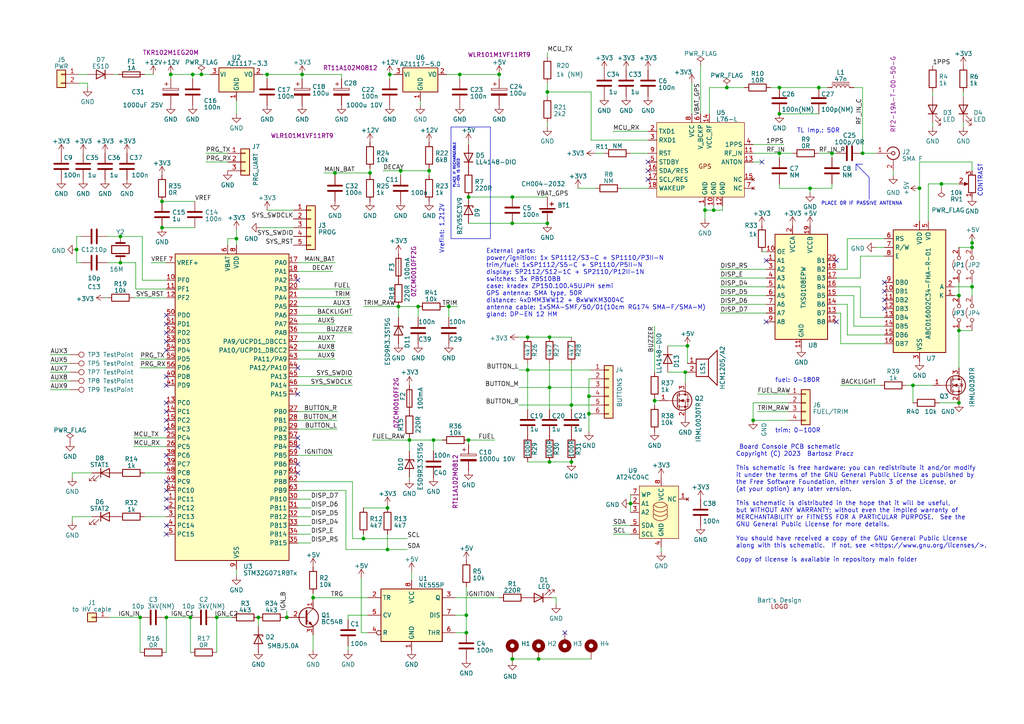
<source format=kicad_sch>
(kicad_sch (version 20230121) (generator eeschema)
  (paper "A4")
  (title_block (title "boardConsole") (date "2023-12-22") (rev "V2") (comment 1 "Bartosz Pracz"))
  (junction (at 204.47 60.96))
  (junction (at 281.94 71.755))
  (junction (at 55.245 179.07))
  (junction (at 74.93 179.07))
  (junction (at 112.395 147.32))
  (junction (at 210.82 25.4))
  (junction (at 62.865 179.07))
  (junction (at 118.745 127.635))
  (junction (at 22.225 72.39))
  (junction (at 87.63 21.59))
  (junction (at 278.13 116.84))
  (junction (at 273.05 53.34))
  (junction (at 153.035 97.79))
  (junction (at 125.73 127.635))
  (junction (at 148.59 191.135))
  (junction (at 250.19 44.45))
  (junction (at 226.06 44.45))
  (junction (at 165.735 117.475))
  (junction (at 135.89 127.635))
  (junction (at 159.385 97.79))
  (junction (at 49.53 21.59))
  (junction (at 116.205 49.53))
  (junction (at 182.88 146.05))
  (junction (at 148.59 64.77))
  (junction (at 226.06 25.4))
  (junction (at 281.94 83.185))
  (junction (at 112.395 159.385))
  (junction (at 58.42 21.59))
  (junction (at 135.255 178.435))
  (junction (at 90.805 173.355))
  (junction (at 281.94 70.485))
  (junction (at 68.58 69.215))
  (junction (at 115.57 88.9))
  (junction (at 156.21 191.135))
  (junction (at 46.99 58.42))
  (junction (at 105.41 156.21))
  (junction (at 130.175 88.9))
  (junction (at 34.925 68.58))
  (junction (at 158.75 64.77))
  (junction (at 135.89 57.15))
  (junction (at 278.13 85.725))
  (junction (at 264.795 111.76))
  (junction (at 77.47 21.59))
  (junction (at 278.13 95.885))
  (junction (at 113.03 21.59))
  (junction (at 158.75 26.67))
  (junction (at 48.26 179.07))
  (junction (at 34.925 76.2))
  (junction (at 97.155 50.165))
  (junction (at 83.185 179.07))
  (junction (at 241.3 44.45))
  (junction (at 144.78 21.59))
  (junction (at 170.815 120.015))
  (junction (at 159.385 112.395))
  (junction (at 148.59 57.15))
  (junction (at 121.285 88.9))
  (junction (at 133.35 21.59))
  (junction (at 198.755 107.95))
  (junction (at 226.06 33.02))
  (junction (at 124.46 49.53))
  (junction (at 159.385 133.985))
  (junction (at 40.64 179.07))
  (junction (at 46.99 66.04))
  (junction (at 170.815 114.935))
  (junction (at 199.39 100.33))
  (junction (at 189.865 116.205))
  (junction (at 107.315 50.165))
  (junction (at 207.01 60.96))
  (junction (at 135.255 183.515))
  (junction (at 153.035 107.315))
  (junction (at 218.44 121.92))
  (junction (at 55.88 21.59))
  (junction (at 266.7 54.61))
  (junction (at 237.49 25.4))
  (junction (at 234.95 54.61))
  (junction (at 165.735 133.985))
  (no_connect (at 48.26 124.46))
  (no_connect (at 220.98 46.99))
  (no_connect (at 48.26 96.52))
  (no_connect (at 48.26 152.4))
  (no_connect (at 86.36 134.62))
  (no_connect (at 48.26 93.98))
  (no_connect (at 48.26 139.7))
  (no_connect (at 48.26 119.38))
  (no_connect (at 222.25 75.565))
  (no_connect (at 48.26 134.62))
  (no_connect (at 48.26 147.32))
  (no_connect (at 187.96 52.07))
  (no_connect (at 48.26 154.94))
  (no_connect (at 222.25 93.345))
  (no_connect (at 86.36 114.3))
  (no_connect (at 256.54 84.455))
  (no_connect (at 242.57 93.345))
  (no_connect (at 48.26 109.22))
  (no_connect (at 48.26 144.78))
  (no_connect (at 86.36 137.16))
  (no_connect (at 48.26 91.44))
  (no_connect (at 86.36 127))
  (no_connect (at 86.36 129.54))
  (no_connect (at 48.26 132.08))
  (no_connect (at 48.26 142.24))
  (no_connect (at 48.26 121.92))
  (no_connect (at 256.54 89.535))
  (no_connect (at 86.36 106.68))
  (no_connect (at 86.36 81.28))
  (no_connect (at 48.26 116.84))
  (no_connect (at 48.26 101.6))
  (no_connect (at 48.26 111.76))
  (no_connect (at 256.54 81.915))
  (no_connect (at 256.54 86.995))
  (no_connect (at 163.83 183.515))
  (no_connect (at 187.96 49.53))
  (no_connect (at 242.57 75.565))
  (no_connect (at 187.96 46.99))
  (no_connect (at 48.26 99.06))
  (wire (pts (xy 31.115 68.58) (xy 34.925 68.58)))
  (wire (pts (xy 68.58 29.21) (xy 68.58 33.02)))
  (wire (pts (xy 77.47 21.59) (xy 87.63 21.59)))
  (wire (pts (xy 48.26 81.28) (xy 41.275 81.28)))
  (wire (pts (xy 41.91 137.16) (xy 48.26 137.16)))
  (wire (pts (xy 100.33 159.385) (xy 112.395 159.385)))
  (wire (pts (xy 148.59 57.15) (xy 158.75 57.15)))
  (wire (pts (xy 170.815 120.015) (xy 170.815 125.095)))
  (wire (pts (xy 86.36 139.7) (xy 102.235 139.7)))
  (wire (pts (xy 22.225 72.39) (xy 22.225 76.2)))
  (wire (pts (xy 25.4 21.59) (xy 22.86 21.59)))
  (wire (pts (xy 132.08 173.355) (xy 144.78 173.355)))
  (wire (pts (xy 111.125 49.53) (xy 116.205 49.53)))
  (wire (pts (xy 100.965 179.705) (xy 100.965 178.435)))
  (wire (pts (xy 118.745 138.43) (xy 118.745 139.065)))
  (wire (pts (xy 182.88 146.05) (xy 182.88 148.59)))
  (wire (pts (xy 161.29 175.26) (xy 161.29 173.355)))
  (wire (pts (xy 158.75 26.67) (xy 171.45 26.67)))
  (wire (pts (xy 208.915 83.185) (xy 222.25 83.185)))
  (wire (pts (xy 41.275 68.58) (xy 34.925 68.58)))
  (wire (pts (xy 205.74 25.4) (xy 210.82 25.4)))
  (wire (pts (xy 100.33 159.385) (xy 100.33 142.24)))
  (wire (pts (xy 273.05 53.34) (xy 273.05 54.61)))
  (wire (pts (xy 247.65 85.725) (xy 247.65 94.615)))
  (wire (pts (xy 107.315 50.165) (xy 107.315 50.8)))
  (wire (pts (xy 170.815 109.855) (xy 170.815 114.935)))
  (wire (pts (xy 204.47 59.69) (xy 204.47 60.96)))
  (wire (pts (xy 245.745 69.215) (xy 256.54 69.215)))
  (wire (pts (xy 46.99 66.04) (xy 56.515 66.04)))
  (wire (pts (xy 105.41 88.9) (xy 115.57 88.9)))
  (wire (pts (xy 105.41 156.21) (xy 118.11 156.21)))
  (wire (pts (xy 30.48 86.36) (xy 31.115 86.36)))
  (wire (pts (xy 273.05 53.34) (xy 278.13 53.34)))
  (wire (pts (xy 55.88 22.86) (xy 55.88 21.59)))
  (wire (pts (xy 148.59 64.77) (xy 158.75 64.77)))
  (wire (pts (xy 102.235 156.21) (xy 105.41 156.21)))
  (wire (pts (xy 40.64 179.07) (xy 40.64 189.23)))
  (wire (pts (xy 82.55 179.07) (xy 83.185 179.07)))
  (polyline (pts (xy 248.285 47.625) (xy 248.285 49.53)))
  (wire (pts (xy 150.495 107.315) (xy 153.035 107.315)))
  (wire (pts (xy 86.36 157.48) (xy 90.17 157.48)))
  (wire (pts (xy 156.21 191.135) (xy 148.59 191.135)))
  (wire (pts (xy 87.63 21.59) (xy 99.06 21.59)))
  (wire (pts (xy 226.06 54.61) (xy 234.95 54.61)))
  (wire (pts (xy 189.865 94.615) (xy 189.865 107.95)))
  (wire (pts (xy 198.755 111.125) (xy 198.755 107.95)))
  (wire (pts (xy 226.06 33.02) (xy 237.49 33.02)))
  (wire (pts (xy 180.34 54.61) (xy 187.96 54.61)))
  (wire (pts (xy 208.915 78.105) (xy 222.25 78.105)))
  (wire (pts (xy 20.955 149.86) (xy 26.67 149.86)))
  (wire (pts (xy 104.775 183.515) (xy 106.68 183.515)))
  (wire (pts (xy 269.24 53.34) (xy 273.05 53.34)))
  (wire (pts (xy 207.01 60.96) (xy 209.55 60.96)))
  (wire (pts (xy 59.69 46.99) (xy 66.04 46.99)))
  (wire (pts (xy 86.36 88.9) (xy 101.6 88.9)))
  (polyline (pts (xy 248.285 47.625) (xy 252.095 51.435)))
  (wire (pts (xy 241.3 54.61) (xy 241.3 53.34)))
  (wire (pts (xy 278.13 71.755) (xy 281.94 71.755)))
  (wire (pts (xy 189.865 115.57) (xy 189.865 116.205)))
  (wire (pts (xy 219.71 114.3) (xy 228.6 114.3)))
  (wire (pts (xy 41.91 149.86) (xy 48.26 149.86)))
  (wire (pts (xy 20.955 151.13) (xy 20.955 149.86)))
  (wire (pts (xy 208.915 85.725) (xy 222.25 85.725)))
  (wire (pts (xy 86.36 147.32) (xy 90.17 147.32)))
  (wire (pts (xy 74.93 179.07) (xy 74.93 181.61)))
  (wire (pts (xy 86.36 91.44) (xy 102.235 91.44)))
  (wire (pts (xy 90.805 184.15) (xy 90.805 188.595)))
  (wire (pts (xy 245.745 97.155) (xy 256.54 97.155)))
  (wire (pts (xy 218.44 41.91) (xy 227.33 41.91)))
  (wire (pts (xy 39.37 76.2) (xy 39.37 83.82)))
  (wire (pts (xy 218.44 116.84) (xy 228.6 116.84)))
  (wire (pts (xy 115.57 88.9) (xy 115.57 92.075)))
  (wire (pts (xy 48.26 179.07) (xy 55.245 179.07)))
  (wire (pts (xy 247.65 94.615) (xy 256.54 94.615)))
  (wire (pts (xy 86.36 124.46) (xy 97.79 124.46)))
  (wire (pts (xy 159.385 105.41) (xy 159.385 112.395)))
  (wire (pts (xy 34.925 76.2) (xy 39.37 76.2)))
  (wire (pts (xy 40.64 106.68) (xy 48.26 106.68)))
  (wire (pts (xy 55.88 21.59) (xy 58.42 21.59)))
  (wire (pts (xy 270.51 26.67) (xy 270.51 27.94)))
  (wire (pts (xy 86.36 78.74) (xy 96.52 78.74)))
  (wire (pts (xy 208.915 88.265) (xy 222.25 88.265)))
  (wire (pts (xy 158.75 26.67) (xy 158.75 27.94)))
  (wire (pts (xy 105.41 147.32) (xy 112.395 147.32)))
  (wire (pts (xy 115.57 88.9) (xy 121.285 88.9)))
  (wire (pts (xy 159.385 112.395) (xy 159.385 118.745)))
  (wire (pts (xy 210.82 25.4) (xy 215.9 25.4)))
  (wire (pts (xy 170.815 120.015) (xy 171.45 120.015)))
  (wire (pts (xy 124.46 48.895) (xy 124.46 49.53)))
  (wire (pts (xy 129.54 21.59) (xy 133.35 21.59)))
  (wire (pts (xy 125.73 130.81) (xy 125.73 127.635)))
  (wire (pts (xy 172.72 44.45) (xy 175.26 44.45)))
  (wire (pts (xy 77.47 22.86) (xy 77.47 21.59)))
  (wire (pts (xy 121.92 29.21) (xy 121.92 30.48)))
  (wire (pts (xy 250.19 44.45) (xy 254 44.45)))
  (wire (pts (xy 86.36 86.36) (xy 101.6 86.36)))
  (wire (pts (xy 279.4 35.56) (xy 279.4 36.83)))
  (wire (pts (xy 254 71.755) (xy 256.54 71.755)))
  (wire (pts (xy 281.94 70.485) (xy 281.94 71.755)))
  (wire (pts (xy 86.36 109.22) (xy 102.235 109.22)))
  (wire (pts (xy 153.035 107.315) (xy 153.035 118.745)))
  (wire (pts (xy 135.89 64.77) (xy 148.59 64.77)))
  (wire (pts (xy 241.3 44.45) (xy 241.3 45.72)))
  (wire (pts (xy 144.78 21.59) (xy 144.78 22.86)))
  (wire (pts (xy 83.185 177.165) (xy 83.185 179.07)))
  (wire (pts (xy 66.04 69.215) (xy 66.04 71.12)))
  (wire (pts (xy 218.44 121.92) (xy 228.6 121.92)))
  (wire (pts (xy 245.745 88.265) (xy 245.745 97.155)))
  (wire (pts (xy 86.36 93.98) (xy 97.155 93.98)))
  (wire (pts (xy 276.86 83.185) (xy 281.94 83.185)))
  (wire (pts (xy 22.86 24.13) (xy 25.4 24.13)))
  (wire (pts (xy 62.865 179.07) (xy 67.31 179.07)))
  (wire (pts (xy 14.605 107.95) (xy 20.32 107.95)))
  (wire (pts (xy 113.03 21.59) (xy 114.3 21.59)))
  (wire (pts (xy 269.24 53.34) (xy 269.24 64.135)))
  (wire (pts (xy 218.44 116.84) (xy 218.44 121.92)))
  (wire (pts (xy 90.805 173.99) (xy 90.805 173.355)))
  (wire (pts (xy 249.555 83.185) (xy 249.555 92.075)))
  (wire (pts (xy 189.865 116.205) (xy 189.865 117.475)))
  (wire (pts (xy 276.86 85.725) (xy 278.13 85.725)))
  (wire (pts (xy 161.29 173.355) (xy 160.02 173.355)))
  (wire (pts (xy 14.605 102.87) (xy 20.32 102.87)))
  (wire (pts (xy 135.255 183.515) (xy 132.08 183.515)))
  (wire (pts (xy 189.865 116.205) (xy 191.135 116.205)))
  (wire (pts (xy 170.815 114.935) (xy 170.815 120.015)))
  (wire (pts (xy 165.735 117.475) (xy 171.45 117.475)))
  (wire (pts (xy 177.8 152.4) (xy 182.88 152.4)))
  (wire (pts (xy 198.755 107.95) (xy 199.39 107.95)))
  (wire (pts (xy 135.89 57.15) (xy 148.59 57.15)))
  (wire (pts (xy 249.555 80.645) (xy 249.555 74.295)))
  (wire (pts (xy 200.66 24.13) (xy 200.66 33.02)))
  (wire (pts (xy 133.35 21.59) (xy 144.78 21.59)))
  (wire (pts (xy 243.84 99.695) (xy 256.54 99.695)))
  (wire (pts (xy 250.19 25.4) (xy 250.19 44.45)))
  (wire (pts (xy 242.57 90.805) (xy 243.84 90.805)))
  (wire (pts (xy 59.69 44.45) (xy 66.04 44.45)))
  (wire (pts (xy 199.39 100.33) (xy 199.39 105.41)))
  (wire (pts (xy 150.495 112.395) (xy 159.385 112.395)))
  (wire (pts (xy 38.735 127) (xy 48.26 127)))
  (wire (pts (xy 100.965 178.435) (xy 106.68 178.435)))
  (wire (pts (xy 86.36 149.86) (xy 90.17 149.86)))
  (wire (pts (xy 226.06 25.4) (xy 223.52 25.4)))
  (wire (pts (xy 242.57 80.645) (xy 249.555 80.645)))
  (wire (pts (xy 14.605 110.49) (xy 20.32 110.49)))
  (wire (pts (xy 86.36 154.94) (xy 90.17 154.94)))
  (wire (pts (xy 68.58 69.215) (xy 68.58 71.12)))
  (wire (pts (xy 234.95 54.61) (xy 234.95 55.88)))
  (wire (pts (xy 133.35 22.86) (xy 133.35 21.59)))
  (wire (pts (xy 86.36 132.08) (xy 96.52 132.08)))
  (wire (pts (xy 39.37 83.82) (xy 48.26 83.82)))
  (wire (pts (xy 148.59 191.135) (xy 148.59 191.77)))
  (wire (pts (xy 135.255 178.435) (xy 132.08 178.435)))
  (wire (pts (xy 170.815 114.935) (xy 171.45 114.935)))
  (wire (pts (xy 86.36 144.78) (xy 90.17 144.78)))
  (wire (pts (xy 156.21 191.135) (xy 171.45 191.135)))
  (wire (pts (xy 208.915 80.645) (xy 222.25 80.645)))
  (wire (pts (xy 264.795 111.76) (xy 264.795 116.84)))
  (wire (pts (xy 266.7 54.61) (xy 266.7 64.135)))
  (wire (pts (xy 22.225 72.39) (xy 22.225 68.58)))
  (wire (pts (xy 278.13 81.915) (xy 278.13 85.725)))
  (wire (pts (xy 266.7 46.99) (xy 266.7 54.61)))
  (wire (pts (xy 20.955 137.16) (xy 26.67 137.16)))
  (wire (pts (xy 245.745 78.105) (xy 245.745 69.215)))
  (wire (pts (xy 279.4 26.67) (xy 279.4 27.94)))
  (wire (pts (xy 243.84 111.76) (xy 255.27 111.76)))
  (wire (pts (xy 48.26 179.07) (xy 48.26 189.23)))
  (wire (pts (xy 243.84 90.805) (xy 243.84 99.695)))
  (wire (pts (xy 86.36 104.14) (xy 97.155 104.14)))
  (wire (pts (xy 75.565 66.04) (xy 85.09 66.04)))
  (wire (pts (xy 153.035 105.41) (xy 153.035 107.315)))
  (wire (pts (xy 281.94 83.185) (xy 281.94 85.725)))
  (wire (pts (xy 158.75 24.13) (xy 158.75 26.67)))
  (wire (pts (xy 193.675 107.95) (xy 198.755 107.95)))
  (wire (pts (xy 240.03 25.4) (xy 237.49 25.4)))
  (wire (pts (xy 119.38 165.735) (xy 119.38 168.275)))
  (wire (pts (xy 159.385 112.395) (xy 171.45 112.395)))
  (wire (pts (xy 249.555 74.295) (xy 256.54 74.295)))
  (wire (pts (xy 249.555 92.075) (xy 256.54 92.075)))
  (wire (pts (xy 22.225 76.2) (xy 23.495 76.2)))
  (wire (pts (xy 150.495 117.475) (xy 165.735 117.475)))
  (wire (pts (xy 281.94 81.915) (xy 281.94 83.185)))
  (wire (pts (xy 90.805 172.085) (xy 90.805 173.355)))
  (wire (pts (xy 31.115 76.2) (xy 34.925 76.2)))
  (wire (pts (xy 135.89 127.635) (xy 135.89 128.905)))
  (wire (pts (xy 262.89 111.76) (xy 264.795 111.76)))
  (wire (pts (xy 165.735 105.41) (xy 165.735 117.475)))
  (wire (pts (xy 247.65 25.4) (xy 250.19 25.4)))
  (wire (pts (xy 86.36 101.6) (xy 97.155 101.6)))
  (wire (pts (xy 135.255 178.435) (xy 135.255 183.515)))
  (wire (pts (xy 113.03 22.86) (xy 113.03 21.59)))
  (wire (pts (xy 281.94 69.215) (xy 281.94 70.485)))
  (wire (pts (xy 153.035 107.315) (xy 171.45 107.315)))
  (wire (pts (xy 40.64 104.14) (xy 48.26 104.14)))
  (wire (pts (xy 86.36 99.06) (xy 97.155 99.06)))
  (wire (pts (xy 121.285 92.075) (xy 121.285 88.9)))
  (wire (pts (xy 130.175 88.9) (xy 132.715 88.9)))
  (wire (pts (xy 55.245 179.07) (xy 55.245 189.23)))
  (wire (pts (xy 209.55 60.96) (xy 209.55 59.69)))
  (wire (pts (xy 86.36 96.52) (xy 102.235 96.52)))
  (wire (pts (xy 205.74 33.02) (xy 205.74 25.4)))
  (wire (pts (xy 49.53 22.86) (xy 49.53 21.59)))
  (wire (pts (xy 68.58 165.1) (xy 68.58 167.005)))
  (wire (pts (xy 49.53 21.59) (xy 55.88 21.59)))
  (wire (pts (xy 158.75 35.56) (xy 158.75 36.83)))
  (wire (pts (xy 278.13 95.885) (xy 281.94 95.885)))
  (wire (pts (xy 170.815 109.855) (xy 171.45 109.855)))
  (wire (pts (xy 14.605 113.03) (xy 20.32 113.03)))
  (wire (pts (xy 112.395 154.94) (xy 112.395 159.385)))
  (wire (pts (xy 135.255 170.18) (xy 135.255 178.435)))
  (wire (pts (xy 177.8 154.94) (xy 182.88 154.94)))
  (wire (pts (xy 86.36 152.4) (xy 90.17 152.4)))
  (wire (pts (xy 22.225 68.58) (xy 23.495 68.58)))
  (wire (pts (xy 259.08 49.53) (xy 259.08 50.8)))
  (wire (pts (xy 86.36 111.76) (xy 102.235 111.76)))
  (wire (pts (xy 62.865 179.07) (xy 62.865 189.23)))
  (wire (pts (xy 118.745 127.635) (xy 118.745 127)))
  (wire (pts (xy 242.57 85.725) (xy 247.65 85.725)))
  (wire (pts (xy 153.035 97.79) (xy 159.385 97.79)))
  (wire (pts (xy 182.88 143.51) (xy 182.88 146.05)))
  (wire (pts (xy 220.98 73.025) (xy 222.25 73.025)))
  (wire (pts (xy 158.75 15.24) (xy 158.75 16.51)))
  (wire (pts (xy 112.395 159.385) (xy 118.11 159.385)))
  (wire (pts (xy 104.775 167.64) (xy 104.775 183.515)))
  (wire (pts (xy 159.385 97.79) (xy 165.735 97.79)))
  (wire (pts (xy 97.155 50.165) (xy 97.155 50.8)))
  (wire (pts (xy 118.745 127.635) (xy 125.73 127.635)))
  (wire (pts (xy 135.89 127.635) (xy 143.51 127.635)))
  (wire (pts (xy 41.275 81.28) (xy 41.275 68.58)))
  (wire (pts (xy 171.45 26.67) (xy 171.45 40.64)))
  (wire (pts (xy 62.23 179.07) (xy 62.865 179.07)))
  (wire (pts (xy 86.36 121.92) (xy 97.79 121.92)))
  (wire (pts (xy 167.64 54.61) (xy 172.72 54.61)))
  (wire (pts (xy 125.73 127.635) (xy 128.27 127.635)))
  (wire (pts (xy 31.75 179.07) (xy 40.64 179.07)))
  (wire (pts (xy 153.035 133.985) (xy 159.385 133.985)))
  (wire (pts (xy 68.58 66.675) (xy 68.58 69.215)))
  (wire (pts (xy 124.46 49.53) (xy 124.46 50.8)))
  (polyline (pts (xy 248.285 47.625) (xy 250.19 47.625)))
  (wire (pts (xy 226.06 54.61) (xy 226.06 53.34)))
  (wire (pts (xy 116.205 50.8) (xy 116.205 49.53)))
  (wire (pts (xy 204.47 60.96) (xy 207.01 60.96)))
  (wire (pts (xy 112.395 147.32) (xy 112.395 146.685)))
  (wire (pts (xy 38.735 129.54) (xy 48.26 129.54)))
  (wire (pts (xy 118.745 127.635) (xy 118.745 130.81)))
  (wire (pts (xy 226.06 25.4) (xy 237.49 25.4)))
  (wire (pts (xy 130.175 92.075) (xy 130.175 88.9)))
  (wire (pts (xy 86.36 76.2) (xy 97.155 76.2)))
  (wire (pts (xy 266.7 46.99) (xy 281.94 46.99)))
  (polyline (pts (xy 252.095 51.435) (xy 252.095 57.785)))
  (wire (pts (xy 219.71 119.38) (xy 228.6 119.38)))
  (wire (pts (xy 130.175 88.9) (xy 128.905 88.9)))
  (wire (pts (xy 159.385 133.985) (xy 165.735 133.985)))
  (wire (pts (xy 171.45 40.64) (xy 187.96 40.64)))
  (wire (pts (xy 234.95 54.61) (xy 241.3 54.61)))
  (wire (pts (xy 242.57 83.185) (xy 249.555 83.185)))
  (wire (pts (xy 203.2 19.05) (xy 203.2 33.02)))
  (wire (pts (xy 86.36 83.82) (xy 101.6 83.82)))
  (wire (pts (xy 150.495 97.79) (xy 153.035 97.79)))
  (wire (pts (xy 264.795 111.76) (xy 270.51 111.76)))
  (wire (pts (xy 99.06 21.59) (xy 99.06 22.86)))
  (wire (pts (xy 208.915 90.805) (xy 222.25 90.805)))
  (wire (pts (xy 34.29 21.59) (xy 33.02 21.59)))
  (wire (pts (xy 165.735 117.475) (xy 165.735 118.745)))
  (wire (pts (xy 56.515 58.42) (xy 46.99 58.42)))
  (wire (pts (xy 278.13 95.885) (xy 278.13 106.68)))
  (wire (pts (xy 218.44 44.45) (xy 226.06 44.45)))
  (wire (pts (xy 102.235 139.7) (xy 102.235 156.21)))
  (wire (pts (xy 86.36 142.24) (xy 100.33 142.24)))
  (wire (pts (xy 270.51 35.56) (xy 270.51 36.83)))
  (wire (pts (xy 38.735 86.36) (xy 48.26 86.36)))
  (wire (pts (xy 41.91 21.59) (xy 44.45 21.59)))
  (wire (pts (xy 242.57 88.265) (xy 245.745 88.265)))
  (wire (pts (xy 107.95 127.635) (xy 118.745 127.635)))
  (wire (pts (xy 193.675 100.33) (xy 199.39 100.33)))
  (wire (pts (xy 242.57 78.105) (xy 245.745 78.105)))
  (wire (pts (xy 191.77 158.75) (xy 191.77 160.02)))
  (wire (pts (xy 74.93 188.595) (xy 74.93 189.23)))
  (wire (pts (xy 14.605 105.41) (xy 20.32 105.41)))
  (wire (pts (xy 20.955 138.43) (xy 20.955 137.16)))
  (wire (pts (xy 77.47 60.96) (xy 85.09 60.96)))
  (wire (pts (xy 241.3 44.45) (xy 242.57 44.45)))
  (wire (pts (xy 226.06 45.72) (xy 226.06 44.45)))
  (wire (pts (xy 25.4 24.13) (xy 25.4 25.4)))
  (wire (pts (xy 272.415 116.84) (xy 278.13 116.84)))
  (wire (pts (xy 107.315 48.895) (xy 107.315 50.165)))
  (wire (pts (xy 87.63 21.59) (xy 87.63 22.86)))
  (wire (pts (xy 135.89 41.275) (xy 135.89 41.91)))
  (wire (pts (xy 58.42 21.59) (xy 60.96 21.59)))
  (wire (pts (xy 218.44 46.99) (xy 220.98 46.99)))
  (wire (pts (xy 97.155 50.165) (xy 107.315 50.165)))
  (wire (pts (xy 93.98 50.165) (xy 97.155 50.165)))
  (wire (pts (xy 177.8 38.1) (xy 187.96 38.1)))
  (wire (pts (xy 182.88 44.45) (xy 187.96 44.45)))
  (wire (pts (xy 100.965 187.325) (xy 100.965 188.595)))
  (wire (pts (xy 90.805 173.355) (xy 106.68 173.355)))
  (wire (pts (xy 237.49 44.45) (xy 241.3 44.45)))
  (wire (pts (xy 281.94 46.99) (xy 281.94 49.53)))
  (wire (pts (xy 86.36 119.38) (xy 97.79 119.38)))
  (wire (pts (xy 43.815 76.2) (xy 48.26 76.2)))
  (wire (pts (xy 204.47 60.96) (xy 204.47 63.5)))
  (wire (pts (xy 116.205 49.53) (xy 124.46 49.53)))
  (wire (pts (xy 68.58 69.215) (xy 66.04 69.215)))
  (wire (pts (xy 105.41 154.94) (xy 105.41 156.21)))
  (wire (pts (xy 226.06 44.45) (xy 229.87 44.45)))
  (wire (pts (xy 77.47 21.59) (xy 76.2 21.59)))
  (wire (pts (xy 207.01 59.69) (xy 207.01 60.96)))
  (rectangle (start 130.81 36.83) (end 142.24 69.215))
  (text "External parts:\npower/ignition: 1x SP1112/S3-C + SP1110/P3II-N\ntrim/fuel: 1xSP1112/S5-C + SP1110/P5II-N\ndisplay: SP2112/S12-1C + SP2110/P12II-1N\nswitches: 3x PBS10BB\ncase: kradex ZP150.100.45UJPH semi\nGPS antenna: SMA type, 50R\ndistance: 4xDMM3WW12 + 8xWWKM3004C\nantenna cable: 1xSMA-SMF/50/01(10cm RG174 SMA-F/SMA-M)\ngland: DP-EN 12 HM" (at 140.97 92.075 0) (effects (font (size 1.27 1.27)) (justify left bottom)))
  (text "	Board Console PCB schematic\n    Copyright (C) 2023  Bartosz Pracz\n\n    This schematic is free hardware: you can redistribute it and/or modify\n    it under the terms of the GNU General Public License as published by\n    the Free Software Foundation, either version 3 of the License, or\n    (at your option) any later version.\n\n    This schematic is distributed in the hope that it will be useful,\n    but WITHOUT ANY WARRANTY; without even the implied warranty of\n    MERCHANTABILITY or FITNESS FOR A PARTICULAR PURPOSE.  See the\n    GNU General Public License for more details.\n\n    You should have received a copy of the GNU General Public License\n    along with this schematic.  If not, see <https://www.gnu.org/licenses/>.\n\n    Copy of license is available in repository main folder" (at 209.55 163.195 0) (effects (font (size 1.27 1.27)) (justify left bottom)))
  (text "trim: 0-100R" (at 224.79 125.73 0) (effects (font (size 1.27 1.27)) (justify left bottom)))
  (text "PLACE IF RECHARGEABLE\nLI-ION IS USED" (at 133.35 54.61 90) (effects (font (size 0.7 0.7)) (justify left bottom)))
  (text "PLACE 0R IF PASSIVE ANTENNA" (at 238.125 59.69 0) (effects (font (size 1 1)) (justify left bottom)))
  (text "CONTRAST" (at 285.115 57.15 90) (effects (font (size 1.27 1.27)) (justify left bottom)))
  (text "Vrefint: 1,212V" (at 128.905 73.66 90) (effects (font (size 1.27 1.27)) (justify left bottom)))
  (text "fuel: 0-180R" (at 224.79 111.125 0) (effects (font (size 1.27 1.27)) (justify left bottom)))
  (text "TL Imp.: 50R" (at 231.14 38.735 0) (effects (font (size 1.27 1.27)) (justify left bottom)))
  (label "MCU_RX" (at 177.8 38.1 0))
  (label "AUX5" (at 97.155 93.98 180))
  (label "SDA" (at 177.8 152.4 0))
  (label "DISP_D7" (at 208.915 90.805 0))
  (label "SYS_SWDCLK" (at 85.09 63.5 180))
  (label "DECAY" (at 111.125 49.53 0))
  (label "AUX3" (at 101.6 88.9 180))
  (label "FUEL_RAW" (at 219.71 114.3 0))
  (label "BUTTON_R" (at 150.495 117.475 180))
  (label "DISP_D6" (at 208.915 88.265 0))
  (label "SYS_RST" (at 85.09 71.12 180))
  (label "1PPS" (at 270.51 19.05 0))
  (label "SDA" (at 118.11 159.385 0))
  (label "DECAY" (at 96.52 78.74 180))
  (label "BUTTON_M" (at 150.495 112.395 180))
  (label "BUZZER" (at 102.235 96.52 180))
  (label "TRIM_RAW" (at 219.71 119.38 0))
  (label "BACKLIGHT" (at 243.84 111.76 0))
  (label "RF_IN_R" (at 237.49 44.45 0))
  (label "RF_IN_C" (at 250.19 36.195 90))
  (label "SYS_SWDCLK" (at 102.235 111.76 180))
  (label "SYS_RST" (at 39.37 86.36 0))
  (label "DISP_E" (at 208.915 80.645 0))
  (label "VREF" (at 56.515 58.42 0))
  (label "IGN_B" (at 83.185 177.165 90))
  (label "BACKLIGHT" (at 102.235 91.44 180))
  (label "MCU_TX" (at 38.735 127 0))
  (label "IGNITION" (at 96.52 132.08 180))
  (label "FUEL_RAW" (at 107.95 127.635 0))
  (label "PRG_TX" (at 59.69 44.45 0))
  (label "PRG_RX" (at 40.64 106.68 0))
  (label "FUEL" (at 143.51 127.635 180))
  (label "DISP_RS" (at 90.17 157.48 0))
  (label "TRIM" (at 132.715 88.9 180))
  (label "TRIM_RAW" (at 105.41 88.9 0))
  (label "MAIN_BAT" (at 97.155 76.2 180))
  (label "DISP_E" (at 90.17 154.94 0))
  (label "MAIN_BAT" (at 93.98 50.165 0))
  (label "DISP_D4" (at 208.915 83.185 0))
  (label "BUTTON_M" (at 97.79 121.92 180))
  (label "VBAT_GPS" (at 203.2 24.13 270))
  (label "DISP_D5" (at 90.17 149.86 0))
  (label "PRG_TX" (at 40.64 104.14 0))
  (label "BUTTON_R" (at 97.79 119.38 180))
  (label "AUX7" (at 97.155 99.06 180))
  (label "VREF" (at 43.815 76.2 0))
  (label "IGNITION" (at 143.51 173.355 180))
  (label "PRG_RX" (at 59.69 46.99 0))
  (label "FUEL" (at 101.6 83.82 180))
  (label "SCL" (at 118.11 156.21 0))
  (label "AUX5" (at 14.605 105.41 0))
  (label "MCU_TX" (at 158.75 15.24 0))
  (label "IGN_C2" (at 62.23 179.07 0))
  (label "SYS_SWDIO" (at 85.09 68.58 180))
  (label "DISP_D4" (at 90.17 152.4 0))
  (label "IGN_IN" (at 34.29 179.07 0))
  (label "IGN_C1" (at 49.53 179.07 0))
  (label "DISP_D7" (at 90.17 144.78 0))
  (label "AUX8" (at 14.605 110.49 0))
  (label "TRG" (at 95.885 173.355 0))
  (label "AUX9" (at 14.605 113.03 0))
  (label "AUX9" (at 97.155 104.14 180))
  (label "BUZZER" (at 189.865 94.615 270))
  (label "AUX8" (at 97.155 101.6 180))
  (label "1PPS" (at 227.33 41.91 180))
  (label "BUTTON_L" (at 150.495 107.315 180))
  (label "AUX7" (at 14.605 107.95 0))
  (label "BUTTON_L" (at 97.79 124.46 180))
  (label "DISP_RS" (at 208.915 78.105 0))
  (label "AUX3" (at 14.605 102.87 0))
  (label "DISP_D5" (at 208.915 85.725 0))
  (label "MCU_RX" (at 38.735 129.54 0))
  (label "TRIM" (at 101.6 86.36 180))
  (label "SYS_SWDIO" (at 102.235 109.22 180))
  (label "SCL" (at 177.8 154.94 0))
  (label "VBAT_GPS" (at 155.575 57.15 0))
  (label "DISP_D6" (at 90.17 147.32 0))
  (label "RF_IN" (at 222.25 44.45 0))
  (symbol (lib_id "Device:R") (at 124.46 45.085 0) (unit 1)
    (property "Reference" "R22" (at 126.238 44.4413 0) (effects (justify left)))
    (property "Value" "6k8" (at 126.238 46.3623 0) (effects (justify left)))
    (property "Footprint" "Resistor_SMD:R_0603_1608Metric" (effects hide))
  )
  (symbol (lib_id "Device:Fuse") (at 38.1 21.59 90) (unit 1)
    (property "Reference" "F1" (at 38.1 17.8181 90))
    (property "Value" "1A" (at 38.1 19.7391 90))
    (property "Footprint" "Fuse:Fuse_1206_3216Metric" (effects hide))
  )
  (symbol (lib_id "Device:Fuse") (at 115.57 77.47 180) (unit 1)
    (property "Reference" "F3" (at 113.665 78.74 90) (effects (justify right)))
    (property "Value" "100mA" (at 118.11 81.28 90) (effects (justify right)))
    (property "Footprint" "Fuse:Fuse_0603_1608Metric" (effects hide))
    (property "Field4" "0ZCM0010FF2G" (at 120.015 78.74 90))
  )
  (symbol (lib_id "power:GND") (at 204.47 63.5 0) (unit 1)
    (property "Reference" "#PWR09" (effects hide))
    (property "Value" "GND" (at 204.47 67.6355 0))
  )
  (symbol (lib_id "Device:Speaker") (at 204.47 105.41 0) (unit 1)
    (property "Reference" "LS1" (at 203.835 108.585 90) (effects (justify left)))
    (property "Value" "HCM1205/A2" (at 209.55 113.03 90) (effects (justify left)))
    (property "Footprint" "Buzzer_Beeper:Buzzer_12x9.5RM7.6" (effects hide))
    (property "Field4" "14804 piekarz" (effects hide))
  )
  (symbol (lib_id "power:GND") (at 125.73 138.43 0) (unit 1)
    (property "Reference" "#PWR0103" (effects hide))
    (property "Value" "GND" (at 125.73 142.5655 0))
  )
  (symbol (lib_id "Device:C") (at 56.515 62.23 0) (unit 1)
    (property "Reference" "C14" (at 59.436 61.5863 0) (effects (justify left)))
    (property "Value" "100n" (at 59.436 63.5073 0) (effects (justify left)))
    (property "Footprint" "Capacitor_SMD:C_0603_1608Metric" (effects hide))
  )
  (symbol (lib_id "Device:R") (at 46.99 54.61 0) (unit 1)
    (property "Reference" "R35" (at 48.768 53.9663 0) (effects (justify left)))
    (property "Value" "0R" (at 48.768 55.8873 0) (effects (justify left)))
    (property "Footprint" "Resistor_SMD:R_0603_1608Metric" (effects hide))
  )
  (symbol (lib_id "power:+3V3") (at 175.26 20.32 0) (unit 1)
    (property "Reference" "#PWR079" (effects hide))
    (property "Value" "+3V3" (at 175.26 16.8181 0))
  )
  (symbol (lib_id "Device:Q_NMOS_GSD") (at 196.215 116.205 0) (unit 1)
    (property "Reference" "Q2" (at 201.422 115.5613 0) (effects (justify left)))
    (property "Value" "IRML0030TR" (at 202.565 128.27 90) (effects (justify left)))
    (property "Footprint" "Package_TO_SOT_SMD:SOT-23" (effects hide))
  )
  (symbol (lib_id "Connector:TestPoint") (at 20.32 107.95 270) (unit 1)
    (property "Reference" "TP7" (at 25.4 107.95 90) (effects (justify left)))
    (property "Value" "TestPoint" (at 29.845 107.95 90) (effects (justify left)))
    (property "Footprint" "TestPoint:TestPoint_Pad_2.0x2.0mm" (effects hide))
  )
  (symbol (lib_id "power:+3V3") (at 87.63 21.59 0) (unit 1)
    (property "Reference" "#PWR049" (effects hide))
    (property "Value" "+3V3" (at 87.63 18.0881 0))
  )
  (symbol (lib_id "power:+3V3") (at 24.13 44.45 0) (unit 1)
    (property "Reference" "#PWR081" (effects hide))
    (property "Value" "+3V3" (at 24.13 40.9481 0))
  )
  (symbol (lib_id "power:+3V3") (at 220.98 65.405 0) (unit 1)
    (property "Reference" "#PWR068" (effects hide))
    (property "Value" "+3V3" (at 220.98 61.9031 0))
  )
  (symbol (lib_id "Connector_Generic:Conn_01x03") (at 71.12 46.99 0) (unit 1)
    (property "Reference" "J7" (at 73.025 42.545 0) (effects (justify left)))
    (property "Value" "PRG_UART" (at 74.168 53.9837 90) (effects (justify left)))
    (property "Footprint" "Connector_PinHeader_2.54mm:PinHeader_1x03_P2.54mm_Vertical" (effects hide))
  )
  (symbol (lib_id "power:+3V3") (at 200.66 24.13 0) (unit 1)
    (property "Reference" "#PWR017" (effects hide))
    (property "Value" "+3V3" (at 198.12 20.955 0))
  )
  (symbol (lib_id "BartLib_Logo:Logo") (at 226.06 175.895 0) (unit 1)
    (property "Reference" "X1" (effects hide))
    (property "Value" "Bart's Design" (at 226.06 174.0996 0))
    (property "Footprint" "BartLib_Logo:BD_full 20x5.2" (effects hide))
  )
  (symbol (lib_id "Mechanical:MountingHole_Pad") (at 171.45 188.595 0) (unit 1)
    (property "Reference" "H4" (at 173.99 186.6813 0) (effects (justify left)))
    (property "Value" "MountingHole_Pad" (effects hide))
    (property "Footprint" "MountingHole:MountingHole_3.2mm_M3_Pad" (effects hide))
  )
  (symbol (lib_id "Device:R") (at 165.735 101.6 0) (unit 1)
    (property "Reference" "R28" (at 167.767 101.6 90))
    (property "Value" "4k7" (at 165.735 101.6 90))
    (property "Footprint" "Resistor_SMD:R_0603_1608Metric" (effects hide))
  )
  (symbol (lib_id "power:GND") (at 116.205 58.42 0) (unit 1)
    (property "Reference" "#PWR037" (effects hide))
    (property "Value" "GND" (at 116.205 62.5555 0))
  )
  (symbol (lib_id "power:GND") (at 87.63 30.48 0) (unit 1)
    (property "Reference" "#PWR050" (effects hide))
    (property "Value" "GND" (at 87.63 34.6155 0))
  )
  (symbol (lib_id "Device:R") (at 270.51 22.86 0) (unit 1)
    (property "Reference" "R4" (at 272.288 22.2163 0) (effects (justify left)))
    (property "Value" "1k" (at 272.288 24.1373 0) (effects (justify left)))
    (property "Footprint" "Resistor_SMD:R_0603_1608Metric" (effects hide))
  )
  (symbol (lib_id "Device:C_Polarized") (at 144.78 26.67 0) (unit 1)
    (property "Reference" "C24" (at 147.701 25.1373 0) (effects (justify left)))
    (property "Value" "100u" (at 147.701 27.0583 0) (effects (justify left)))
    (property "Footprint" "BartLib_Capacitor:CP_D8mm_H13mm_P3.5mm_horizontal" (effects hide))
    (property "model" "WLR101M1VF11RT9" (at 144.78 15.875 0))
  )
  (symbol (lib_id "power:+3V3") (at 172.72 44.45 90) (unit 1)
    (property "Reference" "#PWR021" (effects hide))
    (property "Value" "+3V3" (at 169.545 44.45 90) (effects (justify left)))
  )
  (symbol (lib_id "Device:R") (at 90.805 168.275 0) (unit 1)
    (property "Reference" "R2" (at 92.583 167.6313 0) (effects (justify left)))
    (property "Value" "10k" (at 92.583 169.5523 0) (effects (justify left)))
    (property "Footprint" "Resistor_SMD:R_0603_1608Metric" (effects hide))
  )
  (symbol (lib_id "Device:C") (at 36.83 48.26 0) (unit 1)
    (property "Reference" "C37" (at 37.465 45.72 0) (effects (justify left)))
    (property "Value" "100n" (at 38.1 50.8 0) (effects (justify left)))
    (property "Footprint" "Capacitor_SMD:C_0603_1608Metric" (effects hide))
  )
  (symbol (lib_id "power:GND") (at 113.03 30.48 0) (unit 1)
    (property "Reference" "#PWR054" (effects hide))
    (property "Value" "GND" (at 113.03 34.6155 0))
  )
  (symbol (lib_id "Device:D_Zener") (at 135.89 60.96 270) (unit 1)
    (property "Reference" "D9" (at 138.43 60.325 0) (effects (justify left)))
    (property "Value" "BZV55C3V9" (at 133.35 57.15 0) (effects (justify left)))
    (property "Footprint" "Diode_SMD:D_MiniMELF" (effects hide))
  )
  (symbol (lib_id "Mechanical:MountingHole_Pad") (at 148.59 188.595 0) (unit 1)
    (property "Reference" "H1" (at 151.13 186.6813 0) (effects (justify left)))
    (property "Value" "MountingHole_Pad" (effects hide))
    (property "Footprint" "MountingHole:MountingHole_3.2mm_M3_Pad" (effects hide))
  )
  (symbol (lib_id "Device:C") (at 181.61 24.13 0) (unit 1)
    (property "Reference" "C33" (at 182.245 21.59 0) (effects (justify left)))
    (property "Value" "1u" (at 182.88 26.67 0) (effects (justify left)))
    (property "Footprint" "Capacitor_SMD:C_0603_1608Metric" (effects hide))
  )
  (symbol (lib_id "power:+3V3") (at 229.87 65.405 0) (unit 1)
    (property "Reference" "#PWR066" (effects hide))
    (property "Value" "+3V3" (at 229.87 61.9031 0))
  )
  (symbol (lib_id "power:GND") (at 24.13 52.07 0) (unit 1)
    (property "Reference" "#PWR082" (effects hide))
    (property "Value" "GND" (at 24.13 56.2055 0))
  )
  (symbol (lib_id "Device:C_Polarized") (at 135.89 132.715 0) (unit 1)
    (property "Reference" "C10" (at 138.811 131.1823 0) (effects (justify left)))
    (property "Value" "1000u 10V" (at 138.811 133.1033 0) (effects (justify left)))
    (property "Footprint" "BartLib_Capacitor:CP_D8mm_H13mm_P3.5mm_horizontal" (effects hide))
    (property "model" "RT11A102M0812" (at 132.08 139.7 90))
  )
  (symbol (lib_id "power:+5V") (at 135.255 162.56 0) (unit 1)
    (property "Reference" "#PWR011" (effects hide))
    (property "Value" "+5V" (at 135.255 159.0581 0))
  )
  (symbol (lib_id "power:GND") (at 135.89 136.525 0) (unit 1)
    (property "Reference" "#PWR028" (effects hide))
    (property "Value" "GND" (at 135.89 140.6605 0))
  )
  (symbol (lib_id "Timer:NE555P") (at 119.38 178.435 0) (unit 1)
    (property "Reference" "U1" (at 121.3359 167.8051 0) (effects (justify left)))
    (property "Value" "NE555P" (at 121.3359 169.7261 0) (effects (justify left)))
    (property "Footprint" "Package_DIP:DIP-8_W7.62mm" (effects hide))
    (property "Datasheet" "http://www.ti.com/lit/ds/symlink/ne555.pdf" (effects hide))
  )
  (symbol (lib_id "power:GND") (at 74.93 188.595 0) (unit 1)
    (property "Reference" "#PWR08" (effects hide))
    (property "Value" "GND" (at 74.93 192.7305 0))
  )
  (symbol (lib_id "power:GND") (at 121.92 30.48 0) (unit 1)
    (property "Reference" "#PWR055" (effects hide))
    (property "Value" "GND" (at 121.92 34.6155 0))
  )
  (symbol (lib_id "Device:C") (at 59.055 179.07 90) (unit 1)
    (property "Reference" "C2" (at 59.055 173.9011 90))
    (property "Value" "10p 3kV(NM)" (at 59.055 175.8221 90))
    (property "Footprint" "Capacitor_THT:C_Disc_D8.0mm_W5.0mm_P7.50mm" (effects hide))
  )
  (symbol (lib_id "power:GND") (at 49.53 30.48 0) (unit 1)
    (property "Reference" "#PWR074" (effects hide))
    (property "Value" "GND" (at 49.53 34.6155 0))
  )
  (symbol (lib_id "power:+3V3") (at 68.58 66.675 0) (unit 1)
    (property "Reference" "#PWR024" (effects hide))
    (property "Value" "+3V3" (at 68.58 63.1731 0))
  )
  (symbol (lib_id "Device:R") (at 44.45 189.23 90) (unit 1)
    (property "Reference" "R16" (at 44.45 185.2041 90))
    (property "Value" "0R" (at 44.45 187.1251 90))
    (property "Footprint" "Resistor_SMD:R_2512_6332Metric" (effects hide))
  )
  (symbol (lib_id "Device:R") (at 107.315 45.085 0) (unit 1)
    (property "Reference" "R24" (at 109.093 44.4413 0) (effects (justify left)))
    (property "Value" "10k" (at 109.093 46.3623 0) (effects (justify left)))
    (property "Footprint" "Resistor_SMD:R_0603_1608Metric" (effects hide))
  )
  (symbol (lib_id "power:+5V") (at 135.89 41.275 0) (unit 1)
    (property "Reference" "#PWR016" (effects hide))
    (property "Value" "+5V" (at 135.89 37.7731 0))
  )
  (symbol (lib_id "power:GND") (at 68.58 167.005 0) (unit 1)
    (property "Reference" "#PWR029" (effects hide))
    (property "Value" "GND" (at 68.58 171.1405 0))
  )
  (symbol (lib_id "power:+5V") (at 144.78 21.59 0) (unit 1)
    (property "Reference" "#PWR057" (effects hide))
    (property "Value" "+5V" (at 144.78 18.0881 0))
  )
  (symbol (lib_id "Device:C") (at 77.47 26.67 0) (unit 1)
    (property "Reference" "C17" (at 80.391 26.0263 0) (effects (justify left)))
    (property "Value" "100n" (at 80.391 27.9473 0) (effects (justify left)))
    (property "Footprint" "Capacitor_SMD:C_0603_1608Metric" (effects hide))
  )
  (symbol (lib_id "power:+5V") (at 119.38 165.735 0) (unit 1)
    (property "Reference" "#PWR02" (effects hide))
    (property "Value" "+5V" (at 119.38 162.2331 0))
  )
  (symbol (lib_id "power:GND") (at 218.44 121.92 0) (unit 1)
    (property "Reference" "#PWR0105" (effects hide))
    (property "Value" "GND" (at 221.615 122.555 90) (effects (justify right)))
  )
  (symbol (lib_id "power:GND") (at 270.51 36.83 0) (unit 1)
    (property "Reference" "#PWR012" (effects hide))
    (property "Value" "GND" (at 270.51 40.9655 0))
  )
  (symbol (lib_id "Device:R") (at 132.08 127.635 90) (unit 1)
    (property "Reference" "R36" (at 132.08 123.6091 90))
    (property "Value" "10k" (at 132.08 125.5301 90))
    (property "Footprint" "Resistor_SMD:R_0603_1608Metric" (effects hide))
  )
  (symbol (lib_id "power:GND") (at 165.735 133.985 0) (unit 1)
    (property "Reference" "#PWR044" (effects hide))
    (property "Value" "GND" (at 165.735 138.1205 0))
  )
  (symbol (lib_id "Device:R") (at 148.59 173.355 90) (unit 1)
    (property "Reference" "R1" (at 148.59 169.3291 90))
    (property "Value" "220R" (at 148.59 171.2501 90))
    (property "Footprint" "Resistor_SMD:R_0805_2012Metric" (effects hide))
  )
  (symbol (lib_id "Device:C") (at 148.59 60.96 0) (unit 1)
    (property "Reference" "C5" (at 151.511 60.3163 0) (effects (justify left)))
    (property "Value" "100n" (at 151.511 62.2373 0) (effects (justify left)))
    (property "Footprint" "Capacitor_SMD:C_0603_1608Metric" (effects hide))
  )
  (symbol (lib_id "power:GND") (at 25.4 25.4 0) (unit 1)
    (property "Reference" "#PWR071" (effects hide))
    (property "Value" "GND" (at 25.4 29.5355 0))
  )
  (symbol (lib_id "power:+5V") (at 104.775 167.64 0) (unit 1)
    (property "Reference" "#PWR03" (effects hide))
    (property "Value" "+5V" (at 104.775 164.1381 0))
  )
  (symbol (lib_id "Device:R") (at 112.395 151.13 0) (unit 1)
    (property "Reference" "R13" (at 114.173 150.4863 0) (effects (justify left)))
    (property "Value" "4k7" (at 114.173 152.4073 0) (effects (justify left)))
    (property "Footprint" "Resistor_SMD:R_0603_1608Metric" (effects hide))
  )
  (symbol (lib_id "Device:R") (at 220.98 69.215 0) (unit 1)
    (property "Reference" "R33" (at 215.9 65.405 0) (effects (justify left)))
    (property "Value" "1k" (at 217.17 67.945 0) (effects (justify left)))
    (property "Footprint" "Resistor_SMD:R_0603_1608Metric" (effects hide))
  )
  (symbol (lib_id "Device:R") (at 38.1 149.86 90) (unit 1)
    (property "Reference" "R32" (at 38.1 145.8341 90))
    (property "Value" "1k" (at 38.1 147.7551 90))
    (property "Footprint" "Resistor_SMD:R_0603_1608Metric" (effects hide))
  )
  (symbol (lib_id "Device:R") (at 268.605 116.84 90) (unit 1)
    (property "Reference" "R40" (at 266.7 119.38 90) (effects (justify left)))
    (property "Value" "10k" (at 271.78 119.38 90) (effects (justify left)))
    (property "Footprint" "Resistor_SMD:R_0603_1608Metric" (effects hide))
  )
  (symbol (lib_id "Device:C") (at 226.06 29.21 0) (unit 1)
    (property "Reference" "C26" (at 226.695 27.305 0) (effects (justify left)))
    (property "Value" "100n(NM)" (at 226.695 31.75 0) (effects (justify left)))
    (property "Footprint" "Capacitor_SMD:C_0603_1608Metric" (effects hide))
  )
  (symbol (lib_id "Connector:TestPoint") (at 20.32 105.41 270) (unit 1)
    (property "Reference" "TP5" (at 25.4 105.41 90) (effects (justify left)))
    (property "Value" "TestPoint" (at 29.845 105.41 90) (effects (justify left)))
    (property "Footprint" "TestPoint:TestPoint_Pad_2.0x2.0mm" (effects hide))
  )
  (symbol (lib_id "Connector_Generic:Conn_01x05") (at 90.17 66.04 0) (unit 1)
    (property "Reference" "J3" (at 92.202 65.3963 0) (effects (justify left)))
    (property "Value" "PROG" (at 92.202 67.3173 0) (effects (justify left)))
    (property "Footprint" "Connector_PinHeader_2.54mm:PinHeader_1x05_P2.54mm_Vertical" (effects hide))
  )
  (symbol (lib_id "Device:R") (at 135.255 166.37 0) (unit 1)
    (property "Reference" "R5" (at 137.033 165.7263 0) (effects (justify left)))
    (property "Value" "10k" (at 137.033 167.6473 0) (effects (justify left)))
    (property "Footprint" "Resistor_SMD:R_0603_1608Metric" (effects hide))
  )
  (symbol (lib_id "power:+3V3") (at 167.64 54.61 0) (unit 1)
    (property "Reference" "#PWR020" (effects hide))
    (property "Value" "+3V3" (at 167.64 51.1081 0))
  )
  (symbol (lib_id "Regulator_Linear:AZ1117-3.3") (at 68.58 21.59 0) (unit 1)
    (property "Reference" "U2" (at 68.58 16.6751 0))
    (property "Value" "AZ1117-3.3" (at 71.755 18.415 0))
    (property "Footprint" "Package_TO_SOT_SMD:TO-252-2" (effects hide))
    (property "Datasheet" "https://www.diodes.com/assets/Datasheets/AZ1117.pdf" (effects hide))
  )
  (symbol (lib_id "power:+3V3") (at 187.96 20.32 0) (unit 1)
    (property "Reference" "#PWR019" (effects hide))
    (property "Value" "+3V3" (at 187.96 16.8181 0))
  )
  (symbol (lib_id "Device:Fuse") (at 118.745 115.57 0) (unit 1)
    (property "Reference" "F2" (at 116.84 114.935 90))
    (property "Value" "100mA" (at 121.92 115.57 90))
    (property "Footprint" "Fuse:Fuse_0603_1608Metric" (effects hide))
    (property "Field4" "0ZCM0010FF2G" (at 114.935 116.84 90))
  )
  (symbol (lib_id "power:GND") (at 189.865 125.095 0) (unit 1)
    (property "Reference" "#PWR0106" (effects hide))
    (property "Value" "GND" (at 189.865 129.2305 0))
  )
  (symbol (lib_id "Device:R") (at 115.57 85.09 0) (unit 1)
    (property "Reference" "R18" (at 113.665 85.09 90))
    (property "Value" "220R" (at 118.11 85.09 90))
    (property "Footprint" "Resistor_SMD:R_1206_3216Metric" (effects hide))
  )
  (symbol (lib_id "Device:R") (at 78.74 179.07 90) (unit 1)
    (property "Reference" "R34" (at 78.74 175.0441 90))
    (property "Value" "4k3" (at 78.74 176.9651 90))
    (property "Footprint" "Resistor_SMD:R_2512_6332Metric" (effects hide))
  )
  (symbol (lib_id "power:PWR_FLAG") (at 273.05 54.61 180) (unit 1)
    (property "Reference" "#FLG01" (effects hide))
    (property "Value" "PWR_FLAG" (at 274.955 60.96 0))
  )
  (symbol (lib_id "power:GND") (at 175.26 27.94 0) (unit 1)
    (property "Reference" "#PWR080" (effects hide))
    (property "Value" "GND" (at 175.26 32.0755 0))
  )
  (symbol (lib_id "power:+3V3") (at 181.61 20.32 0) (unit 1)
    (property "Reference" "#PWR078" (effects hide))
    (property "Value" "+3V3" (at 181.61 16.8181 0))
  )
  (symbol (lib_id "power:+12V") (at 49.53 21.59 0) (unit 1)
    (property "Reference" "#PWR045" (effects hide))
    (property "Value" "+12V" (at 49.53 18.0881 0))
  )
  (symbol (lib_id "Connector_Generic:Conn_01x04") (at 233.68 116.84 0) (unit 1)
    (property "Reference" "J6" (at 235.712 117.4663 0) (effects (justify left)))
    (property "Value" "FUEL/TRIM" (at 235.712 119.3873 0) (effects (justify left)))
    (property "Footprint" "Connector_PinHeader_2.54mm:PinHeader_1x04_P2.54mm_Vertical" (effects hide))
  )
  (symbol (lib_id "Jumper:Jumper_2_Open") (at 281.94 90.805 90) (unit 1)
    (property "Reference" "JP4" (at 280.67 90.805 90) (effects (justify right)))
    (property "Value" "Jumper_2_Open" (effects hide))
    (property "Footprint" "Jumper:SolderJumper-2_P1.3mm_Open_TrianglePad1.0x1.5mm" (effects hide))
  )
  (symbol (lib_id "power:GND") (at 279.4 36.83 0) (unit 1)
    (property "Reference" "#PWR013" (effects hide))
    (property "Value" "GND" (at 279.4 40.9655 0))
  )
  (symbol (lib_id "power:GND") (at 121.285 99.695 0) (unit 1)
    (property "Reference" "#PWR0102" (effects hide))
    (property "Value" "GND" (at 121.285 103.8305 0))
  )
  (symbol (lib_id "Connector_Generic:Conn_01x06") (at 176.53 112.395 0) (unit 1)
    (property "Reference" "J4" (at 178.435 107.315 0) (effects (justify left)))
    (property "Value" "BUTTONS" (at 179.705 118.11 90) (effects (justify left)))
    (property "Footprint" "Connector_PinHeader_2.54mm:PinHeader_1x06_P2.54mm_Vertical" (effects hide))
  )
  (symbol (lib_id "power:GND") (at 130.175 99.695 0) (unit 1)
    (property "Reference" "#PWR069" (effects hide))
    (property "Value" "GND" (at 130.175 103.8305 0))
  )
  (symbol (lib_id "power:GND") (at 182.88 146.05 270) (unit 1)
    (property "Reference" "#PWR092" (effects hide))
    (property "Value" "GND" (at 179.7051 146.3668 90) (effects (justify right)))
  )
  (symbol (lib_id "power:GND") (at 20.32 128.27 0) (unit 1)
    (property "Reference" "#PWR087" (effects hide))
    (property "Value" "GND" (at 20.32 132.4055 0))
  )
  (symbol (lib_id "power:GND") (at 133.35 30.48 0) (unit 1)
    (property "Reference" "#PWR056" (effects hide))
    (property "Value" "GND" (at 133.35 34.6155 0))
  )
  (symbol (lib_id "Device:C") (at 237.49 29.21 0) (unit 1)
    (property "Reference" "C27" (at 238.125 27.305 0) (effects (justify left)))
    (property "Value" "100p(NM)" (at 238.125 31.75 0) (effects (justify left)))
    (property "Footprint" "Capacitor_SMD:C_0603_1608Metric" (effects hide))
  )
  (symbol (lib_id "Device:R") (at 189.865 111.76 0) (unit 1)
    (property "Reference" "R37" (at 191.643 111.1163 0) (effects (justify left)))
    (property "Value" "1k" (at 191.643 113.0373 0) (effects (justify left)))
    (property "Footprint" "Resistor_SMD:R_0603_1608Metric" (effects hide))
  )
  (symbol (lib_id "power:+12V") (at 107.315 41.275 0) (unit 1)
    (property "Reference" "#PWR042" (effects hide))
    (property "Value" "+12V" (at 107.315 37.7731 0))
  )
  (symbol (lib_id "power:GND") (at 254 71.755 270) (unit 1)
    (property "Reference" "#PWR059" (effects hide))
    (property "Value" "GND" (at 250.8251 72.0718 90) (effects (justify right)))
  )
  (symbol (lib_id "power:+3V3") (at 30.48 44.45 0) (unit 1)
    (property "Reference" "#PWR083" (effects hide))
    (property "Value" "+3V3" (at 30.48 40.9481 0))
  )
  (symbol (lib_id "Device:C_Polarized") (at 49.53 26.67 0) (unit 1)
    (property "Reference" "C31" (at 38.1 26.67 0) (effects (justify left)))
    (property "Value" "1000uF 25V" (at 35.56 30.48 0) (effects (justify left)))
    (property "Footprint" "BartLib_Capacitor:CP_D12.5mm_H22mm_P5.0mm_horizontal" (effects hide))
    (property "Field4" "TKR102M1EG20M" (at 49.53 15.24 0))
  )
  (symbol (lib_id "power:GND") (at 266.7 104.775 0) (unit 1)
    (property "Reference" "#PWR061" (effects hide))
    (property "Value" "GND" (at 266.7 108.9105 0))
  )
  (symbol (lib_id "power:GND") (at 135.255 191.135 0) (unit 1)
    (property "Reference" "#PWR010" (effects hide))
    (property "Value" "GND" (at 135.255 195.2705 0))
  )
  (symbol (lib_id "power:GND") (at 198.755 121.285 0) (unit 1)
    (property "Reference" "#PWR0108" (effects hide))
    (property "Value" "GND" (at 198.755 125.4205 0))
  )
  (symbol (lib_id "Device:C") (at 27.305 76.2 90) (unit 1)
    (property "Reference" "C13" (at 27.305 83.185 90))
    (property "Value" "10p" (at 27.305 80.645 90))
    (property "Footprint" "Capacitor_SMD:C_0603_1608Metric" (effects hide))
  )
  (symbol (lib_id "power:GND") (at 20.955 151.13 0) (unit 1)
    (property "Reference" "#PWR026" (effects hide))
    (property "Value" "GND" (at 20.955 155.2655 0))
  )
  (symbol (lib_id "Device:C") (at 153.035 122.555 0) (unit 1)
    (property "Reference" "C19" (at 153.67 120.65 0) (effects (justify left)))
    (property "Value" "1u" (at 153.67 124.46 0) (effects (justify left)))
    (property "Footprint" "Capacitor_SMD:C_0603_1608Metric" (effects hide))
  )
  (symbol (lib_id "power:GND") (at 187.96 27.94 0) (unit 1)
    (property "Reference" "#PWR018" (effects hide))
    (property "Value" "GND" (at 187.96 32.0755 0))
  )
  (symbol (lib_id "Device:R") (at 189.865 121.285 0) (unit 1)
    (property "Reference" "R38" (at 191.643 120.6413 0) (effects (justify left)))
    (property "Value" "10k" (at 191.643 122.5623 0) (effects (justify left)))
    (property "Footprint" "Resistor_SMD:R_0603_1608Metric" (effects hide))
  )
  (symbol (lib_id "Connector_Generic:Conn_01x01") (at 26.67 179.07 180) (unit 1)
    (property "Reference" "J1" (at 26.67 174.7901 0))
    (property "Value" "to HV cable" (at 26.67 176.7111 0))
    (property "Footprint" "Connector_PinHeader_2.54mm:PinHeader_1x01_P2.54mm_Vertical" (effects hide))
  )
  (symbol (lib_id "Device:C") (at 226.06 49.53 0) (unit 1)
    (property "Reference" "C7" (at 228.981 48.8863 0) (effects (justify left)))
    (property "Value" "NM" (at 228.981 50.8073 0) (effects (justify left)))
    (property "Footprint" "Capacitor_SMD:C_0603_1608Metric" (effects hide))
  )
  (symbol (lib_id "Device:C") (at 121.285 95.885 0) (unit 1)
    (property "Reference" "C39" (at 121.285 98.425 0) (effects (justify left)))
    (property "Value" "100n" (at 121.285 93.345 0) (effects (justify left)))
    (property "Footprint" "Capacitor_SMD:C_0603_1608Metric" (effects hide))
  )
  (symbol (lib_id "Device:R") (at 125.095 88.9 90) (unit 1)
    (property "Reference" "R41" (at 125.095 84.8741 90))
    (property "Value" "10k" (at 125.095 86.7951 90))
    (property "Footprint" "Resistor_SMD:R_0603_1608Metric" (effects hide))
  )
  (symbol (lib_id "power:GND") (at 259.08 50.8 0) (unit 1)
    (property "Reference" "#PWR022" (effects hide))
    (property "Value" "GND" (at 259.08 55.88 0))
  )
  (symbol (lib_id "Connector:Conn_Coaxial") (at 259.08 44.45 0) (unit 1)
    (property "Reference" "J2" (at 261.6201 44.0995 0) (effects (justify left)))
    (property "Value" "SMA F" (at 261.6201 46.0205 0) (effects (justify left)))
    (property "Footprint" "BartLib_Connector:SMA-F" (effects hide))
    (property "Datasheet" " ~" (effects hide))
    (property "Field4" "RF2-19A-T-00-50-G" (at 259.08 27.305 90))
  )
  (symbol (lib_id "power:GND") (at 158.75 36.83 0) (unit 1)
    (property "Reference" "#PWR036" (effects hide))
    (property "Value" "GND" (at 158.75 40.9655 0))
  )
  (symbol (lib_id "Device:C") (at 203.2 148.59 0) (unit 1)
    (property "Reference" "C38" (at 203.835 146.05 0) (effects (justify left)))
    (property "Value" "100n" (at 203.835 151.13 0) (effects (justify left)))
    (property "Footprint" "Capacitor_SMD:C_0603_1608Metric" (effects hide))
  )
  (symbol (lib_id "Connector:TestPoint") (at 20.32 102.87 270) (unit 1)
    (property "Reference" "TP3" (at 25.4 102.87 90) (effects (justify left)))
    (property "Value" "TestPoint" (at 29.845 102.87 90) (effects (justify left)))
    (property "Footprint" "TestPoint:TestPoint_Pad_2.0x2.0mm" (effects hide))
  )
  (symbol (lib_id "power:GND") (at 36.83 52.07 0) (unit 1)
    (property "Reference" "#PWR086" (effects hide))
    (property "Value" "GND" (at 36.83 56.2055 0))
  )
  (symbol (lib_id "Connector:TestPoint") (at 20.32 113.03 270) (unit 1)
    (property "Reference" "TP9" (at 25.4 113.03 90) (effects (justify left)))
    (property "Value" "TestPoint" (at 29.845 113.03 90) (effects (justify left)))
    (property "Footprint" "TestPoint:TestPoint_Pad_2.0x2.0mm" (effects hide))
  )
  (symbol (lib_id "Device:R") (at 34.925 86.36 90) (unit 1)
    (property "Reference" "R19" (at 34.925 82.3341 90))
    (property "Value" "10k" (at 34.925 84.2551 90))
    (property "Footprint" "Resistor_SMD:R_0603_1608Metric" (effects hide))
  )
  (symbol (lib_id "power:GND") (at 119.38 188.595 0) (unit 1)
    (property "Reference" "#PWR01" (effects hide))
    (property "Value" "GND" (at 119.38 192.7305 0))
  )
  (symbol (lib_id "power:GND") (at 20.955 138.43 0) (unit 1)
    (property "Reference" "#PWR076" (effects hide))
    (property "Value" "GND" (at 20.955 142.5655 0))
  )
  (symbol (lib_id "Device:R") (at 233.68 44.45 90) (unit 1)
    (property "Reference" "R9" (at 233.68 40.4241 90))
    (property "Value" "0R" (at 233.68 42.3451 90))
    (property "Footprint" "Resistor_SMD:R_0603_1608Metric" (effects hide))
  )
  (symbol (lib_id "Regulator_Linear:AZ1117-3.3") (at 121.92 21.59 0) (unit 1)
    (property "Reference" "U6" (at 121.92 16.6751 0))
    (property "Value" "AZ1117-5.0" (at 121.92 18.5961 0))
    (property "Footprint" "Package_TO_SOT_SMD:TO-252-2" (effects hide))
    (property "Datasheet" "https://www.diodes.com/assets/Datasheets/AZ1117.pdf" (effects hide))
  )
  (symbol (lib_id "Device:C") (at 97.155 54.61 0) (unit 1)
    (property "Reference" "C32" (at 100.076 53.9663 0) (effects (justify left)))
    (property "Value" "100n" (at 100.076 55.8873 0) (effects (justify left)))
    (property "Footprint" "Capacitor_SMD:C_0603_1608Metric" (effects hide))
  )
  (symbol (lib_id "Device:C_Polarized") (at 99.06 26.67 0) (unit 1)
    (property "Reference" "C28" (at 99.695 24.13 0) (effects (justify left)))
    (property "Value" "1000u 10V" (at 100.33 30.48 0) (effects (justify left)))
    (property "Footprint" "BartLib_Capacitor:CP_D8mm_H13mm_P3.5mm_horizontal" (effects hide))
    (property "model" "RT11A102M0812" (at 101.6 19.685 0))
  )
  (symbol (lib_id "power:GND") (at 17.78 52.07 0) (unit 1)
    (property "Reference" "#PWR035" (effects hide))
    (property "Value" "GND" (at 17.78 56.2055 0))
  )
  (symbol (lib_id "Device:R") (at 153.035 130.175 0) (unit 1)
    (property "Reference" "R29" (at 155.067 130.175 90))
    (property "Value" "100R" (at 153.035 130.175 90))
    (property "Footprint" "Resistor_SMD:R_0805_2012Metric" (effects hide))
  )
  (symbol (lib_id "power:GND") (at 278.13 116.84 0) (unit 1)
    (property "Reference" "#PWR0111" (effects hide))
    (property "Value" "GND" (at 274.955 119.38 0))
  )
  (symbol (lib_id "Device:C") (at 246.38 44.45 90) (unit 1)
    (property "Reference" "C25" (at 246.38 39.2811 90))
    (property "Value" "100p/0R" (at 246.38 41.2021 90))
    (property "Footprint" "Capacitor_SMD:C_0603_1608Metric" (effects hide))
  )
  (symbol (lib_id "Connector_Generic:Conn_01x02") (at 17.78 21.59 0) (mirror y) (unit 1)
    (property "Reference" "J5" (at 17.78 17.3101 0))
    (property "Value" "PWR" (at 17.78 19.2311 0))
    (property "Footprint" "Connector_PinHeader_2.54mm:PinHeader_1x02_P2.54mm_Vertical" (effects hide))
  )
  (symbol (lib_id "power:+3V3") (at 203.2 144.78 0) (unit 1)
    (property "Reference" "#PWR090" (effects hide))
    (property "Value" "+3V3" (at 203.2 141.2781 0))
  )
  (symbol (lib_id "Device:C") (at 165.735 122.555 0) (unit 1)
    (property "Reference" "C21" (at 166.37 120.65 0) (effects (justify left)))
    (property "Value" "1u" (at 166.37 124.46 0) (effects (justify left)))
    (property "Footprint" "Capacitor_SMD:C_0603_1608Metric" (effects hide))
  )
  (symbol (lib_id "Transistor_BJT:BC548") (at 88.265 179.07 0) (unit 1)
    (property "Reference" "Q1" (at 93.1164 178.4263 0) (effects (justify left)))
    (property "Value" "BC548" (at 93.1164 180.3473 0) (effects (justify left)))
    (property "Footprint" "Package_TO_SOT_THT:TO-92_Inline" (effects hide))
    (property "Datasheet" "https://www.onsemi.com/pub/Collateral/BC550-D.pdf" (effects hide))
  )
  (symbol (lib_id "power:+3V3") (at 115.57 73.66 0) (unit 1)
    (property "Reference" "#PWR099" (effects hide))
    (property "Value" "+3V3" (at 115.57 69.85 0))
  )
  (symbol (lib_id "Device:R") (at 279.4 22.86 0) (unit 1)
    (property "Reference" "R6" (at 281.178 22.2163 0) (effects (justify left)))
    (property "Value" "1k" (at 281.178 24.1373 0) (effects (justify left)))
    (property "Footprint" "Resistor_SMD:R_0603_1608Metric" (effects hide))
  )
  (symbol (lib_id "Device:L_Iron") (at 243.84 25.4 90) (unit 1)
    (property "Reference" "L1" (at 243.84 20.9931 90))
    (property "Value" "47n" (at 243.84 22.9141 90))
    (property "Footprint" "Capacitor_SMD:C_0603_1608Metric" (effects hide))
  )
  (symbol (lib_id "power:GND") (at 75.565 66.04 270) (unit 1)
    (property "Reference" "#PWR031" (effects hide))
    (property "Value" "GND" (at 74.93 69.215 90) (effects (justify right)))
  )
  (symbol (lib_id "Device:C") (at 46.99 62.23 0) (unit 1)
    (property "Reference" "C15" (at 49.911 61.5863 0) (effects (justify left)))
    (property "Value" "1u" (at 49.911 63.5073 0) (effects (justify left)))
    (property "Footprint" "Capacitor_SMD:C_0603_1608Metric" (effects hide))
  )
  (symbol (lib_id "Device:D") (at 135.89 45.72 90) (unit 1)
    (property "Reference" "D5" (at 137.922 45.0763 90) (effects (justify right)))
    (property "Value" "LL4148-DIO" (at 137.922 46.9973 90) (effects (justify right)))
    (property "Footprint" "Diode_SMD:D_MiniMELF" (effects hide))
    (property "Sim.Device" "D" (effects hide))
    (property "Sim.Pins" "1=K 2=A" (effects hide))
  )
  (symbol (lib_id "Device:R") (at 107.315 54.61 0) (unit 1)
    (property "Reference" "R25" (at 109.093 53.9663 0) (effects (justify left)))
    (property "Value" "1k" (at 109.093 55.8873 0) (effects (justify left)))
    (property "Footprint" "Resistor_SMD:R_0603_1608Metric" (effects hide))
  )
  (symbol (lib_id "power:PWR_FLAG") (at 58.42 21.59 0) (unit 1)
    (property "Reference" "#FLG03" (effects hide))
    (property "Value" "PWR_FLAG" (at 58.42 18.0881 0))
  )
  (symbol (lib_id "Device:R") (at 159.385 101.6 0) (unit 1)
    (property "Reference" "R27" (at 161.417 101.6 90))
    (property "Value" "4k7" (at 159.385 101.6 90))
    (property "Footprint" "Resistor_SMD:R_0603_1608Metric" (effects hide))
  )
  (symbol (lib_id "power:GND") (at 46.99 66.04 0) (unit 1)
    (property "Reference" "#PWR039" (effects hide))
    (property "Value" "GND" (at 46.99 70.1755 0))
  )
  (symbol (lib_id "power:PWR_FLAG") (at 210.82 25.4 0) (unit 1)
    (property "Reference" "#FLG06" (effects hide))
    (property "Value" "PWR_FLAG" (at 210.82 21.8981 0))
  )
  (symbol (lib_id "Device:C") (at 116.205 54.61 0) (unit 1)
    (property "Reference" "C11" (at 111.76 52.07 0) (effects (justify left)))
    (property "Value" "100n" (at 119.126 55.8873 0) (effects (justify left)))
    (property "Footprint" "Capacitor_SMD:C_0603_1608Metric" (effects hide))
  )
  (symbol (lib_id "power:+3V3") (at 279.4 19.05 0) (unit 1)
    (property "Reference" "#PWR014" (effects hide))
    (property "Value" "+3V3" (at 279.4 15.5481 0))
  )
  (symbol (lib_id "Mechanical:MountingHole_Pad") (at 156.21 188.595 0) (unit 1)
    (property "Reference" "H2" (at 158.75 186.6813 0) (effects (justify left)))
    (property "Value" "MountingHole_Pad" (effects hide))
    (property "Footprint" "MountingHole:MountingHole_3.2mm_M3_Pad" (effects hide))
  )
  (symbol (lib_id "power:+12V") (at 44.45 21.59 0) (unit 1)
    (property "Reference" "#PWR072" (effects hide))
    (property "Value" "+12V" (at 44.45 18.0881 0))
  )
  (symbol (lib_id "Mechanical:MountingHole_Pad") (at 163.83 186.055 180) (unit 1)
    (property "Reference" "H3" (at 168.91 186.69 0) (effects (justify left)))
    (property "Value" "MountingHole_Pad" (effects hide))
    (property "Footprint" "MountingHole:MountingHole_3.2mm_M3_Pad" (effects hide))
  )
  (symbol (lib_id "BartLib_GPS:L76-L") (at 193.04 30.48 0) (unit 1)
    (property "Reference" "U5" (at 207.6959 32.6771 0) (effects (justify left)))
    (property "Value" "L76-L" (at 207.6959 34.5981 0) (effects (justify left)))
    (property "Footprint" "BartLib_GPS:L76-L" (effects hide))
  )
  (symbol (lib_id "power:+5V") (at 281.94 70.485 0) (unit 1)
    (property "Reference" "#PWR064" (effects hide))
    (property "Value" "+5V" (at 280.035 66.675 0) (effects (justify left)))
  )
  (symbol (lib_id "power:GND") (at 148.59 191.77 0) (unit 1)
    (property "Reference" "#PWR073" (effects hide))
    (property "Value" "GND" (at 147.955 196.215 0))
  )
  (symbol (lib_id "Jumper:Jumper_2_Open") (at 278.13 76.835 90) (unit 1)
    (property "Reference" "JP1" (at 276.225 76.835 90) (effects (justify right)))
    (property "Value" "Jumper_2_Open" (effects hide))
    (property "Footprint" "Jumper:SolderJumper-2_P1.3mm_Open_TrianglePad1.0x1.5mm" (effects hide))
  )
  (symbol (lib_id "Device:R") (at 219.71 25.4 90) (unit 1)
    (property "Reference" "R10" (at 219.71 21.3741 90))
    (property "Value" "10R" (at 219.71 23.2951 90))
    (property "Footprint" "Resistor_SMD:R_0603_1608Metric" (effects hide))
  )
  (symbol (lib_id "Device:Q_NMOS_GSD") (at 275.59 111.76 0) (unit 1)
    (property "Reference" "Q3" (at 272.415 114.935 0) (effects (justify left)))
    (property "Value" "IRML0030TR" (at 281.94 118.11 90) (effects (justify left)))
    (property "Footprint" "Package_TO_SOT_SMD:SOT-23" (effects hide))
  )
  (symbol (lib_id "power:+3V3") (at 30.48 86.36 90) (unit 1)
    (property "Reference" "#PWR030" (effects hide))
    (property "Value" "+3V3" (at 27.305 86.6768 90) (effects (justify left)))
  )
  (symbol (lib_id "Device:C") (at 24.13 48.26 0) (unit 1)
    (property "Reference" "C35" (at 24.765 45.72 0) (effects (justify left)))
    (property "Value" "1u" (at 25.4 50.8 0) (effects (justify left)))
    (property "Footprint" "Capacitor_SMD:C_0603_1608Metric" (effects hide))
  )
  (symbol (lib_id "BartLib_Memory:AT24C04C") (at 190.5 147.32 0) (unit 1)
    (property "Reference" "U9" (at 183.515 136.509 0))
    (property "Value" "AT24C04C" (at 183.515 138.43 0))
    (property "Footprint" "Package_DIP:DIP-8_W7.62mm" (effects hide))
  )
  (symbol (lib_id "Device:R") (at 158.75 31.75 0) (unit 1)
    (property "Reference" "R21" (at 160.528 31.1063 0) (effects (justify left)))
    (property "Value" "2k2" (at 160.528 33.0273 0) (effects (justify left)))
    (property "Footprint" "Resistor_SMD:R_0603_1608Metric" (effects hide))
  )
  (symbol (lib_id "Connector:TestPoint") (at 20.32 110.49 270) (unit 1)
    (property "Reference" "TP8" (at 25.4 110.49 90) (effects (justify left)))
    (property "Value" "TestPoint" (at 29.845 110.49 90) (effects (justify left)))
    (property "Footprint" "TestPoint:TestPoint_Pad_2.0x2.0mm" (effects hide))
  )
  (symbol (lib_id "power:GND") (at 97.155 58.42 0) (unit 1)
    (property "Reference" "#PWR075" (effects hide))
    (property "Value" "GND" (at 97.155 62.5555 0))
  )
  (symbol (lib_id "Device:D") (at 193.675 104.14 270) (unit 1)
    (property "Reference" "D13" (at 196.215 102.87 0) (effects (justify left)))
    (property "Value" "LL4148-DIO" (at 191.135 96.52 0) (effects (justify left)))
    (property "Footprint" "Diode_SMD:D_MiniMELF" (effects hide))
    (property "Sim.Device" "D" (effects hide))
    (property "Sim.Pins" "1=K 2=A" (effects hide))
  )
  (symbol (lib_id "power:+3V3") (at 112.395 146.685 0) (unit 1)
    (property "Reference" "#PWR070" (effects hide))
    (property "Value" "+3V3" (at 112.395 143.1831 0))
  )
  (symbol (lib_id "power:+5V") (at 234.95 65.405 0) (unit 1)
    (property "Reference" "#PWR067" (effects hide))
    (property "Value" "+5V" (at 234.95 61.9031 0))
  )
  (symbol (lib_id "power:GND") (at 100.965 188.595 0) (unit 1)
    (property "Reference" "#PWR04" (effects hide))
    (property "Value" "GND" (at 100.965 192.7305 0))
  )
  (symbol (lib_id "power:+3V3") (at 150.495 97.79 90) (unit 1)
    (property "Reference" "#PWR052" (effects hide))
    (property "Value" "+3V3" (at 147.32 98.1068 90) (effects (justify left)))
  )
  (symbol (lib_id "Device:R") (at 158.75 20.32 0) (unit 1)
    (property "Reference" "R20" (at 161.29 19.05 0) (effects (justify left)))
    (property "Value" "1k (NM)" (at 161.29 21.59 0) (effects (justify left)))
    (property "Footprint" "Resistor_SMD:R_0603_1608Metric" (effects hide))
  )
  (symbol (lib_id "Device:R") (at 165.735 130.175 0) (unit 1)
    (property "Reference" "R31" (at 167.767 130.175 90))
    (property "Value" "100R" (at 165.735 130.175 90))
    (property "Footprint" "Resistor_SMD:R_0805_2012Metric" (effects hide))
  )
  (symbol (lib_id "Device:C") (at 100.965 183.515 0) (unit 1)
    (property "Reference" "C1" (at 101.6 180.975 0) (effects (justify left)))
    (property "Value" "100n" (at 101.6 186.69 0) (effects (justify left)))
    (property "Footprint" "Capacitor_SMD:C_0603_1608Metric" (effects hide))
  )
  (symbol (lib_id "power:GND") (at 158.75 64.77 0) (unit 1)
    (property "Reference" "#PWR015" (effects hide))
    (property "Value" "GND" (at 158.75 68.9055 0))
  )
  (symbol (lib_id "power:GND") (at 55.88 30.48 0) (unit 1)
    (property "Reference" "#PWR046" (effects hide))
    (property "Value" "GND" (at 55.88 34.6155 0))
  )
  (symbol (lib_id "power:GND") (at 77.47 30.48 0) (unit 1)
    (property "Reference" "#PWR048" (effects hide))
    (property "Value" "GND" (at 77.47 34.6155 0))
  )
  (symbol (lib_id "power:GND") (at 99.06 30.48 0) (unit 1)
    (property "Reference" "#PWR062" (effects hide))
    (property "Value" "GND" (at 99.06 34.6155 0))
  )
  (symbol (lib_id "power:+5V") (at 90.805 164.465 0) (unit 1)
    (property "Reference" "#PWR07" (effects hide))
    (property "Value" "+5V" (at 90.805 160.9631 0))
  )
  (symbol (lib_id "power:GND") (at 234.95 55.88 0) (unit 1)
    (property "Reference" "#PWR023" (effects hide))
    (property "Value" "GND" (at 234.95 60.0155 0))
  )
  (symbol (lib_id "Device:C") (at 125.73 134.62 0) (unit 1)
    (property "Reference" "C40" (at 125.73 137.16 0) (effects (justify left)))
    (property "Value" "100n" (at 125.73 132.08 0) (effects (justify left)))
    (property "Footprint" "Capacitor_SMD:C_0603_1608Metric" (effects hide))
  )
  (symbol (lib_id "power:GND") (at 191.77 160.02 0) (unit 1)
    (property "Reference" "#PWR088" (effects hide))
    (property "Value" "GND" (at 191.77 164.1555 0))
  )
  (symbol (lib_id "Device:R") (at 135.89 53.34 0) (unit 1)
    (property "Reference" "R7" (at 137.668 52.6963 0) (effects (justify left)))
    (property "Value" "220R" (at 137.668 54.6173 0) (effects (justify left)))
    (property "Footprint" "Resistor_SMD:R_1206_3216Metric" (effects hide))
  )
  (symbol (lib_id "power:GND") (at 232.41 100.965 0) (unit 1)
    (property "Reference" "#PWR065" (effects hide))
    (property "Value" "GND" (at 232.41 105.1005 0))
  )
  (symbol (lib_id "Device:R") (at 118.745 123.19 0) (unit 1)
    (property "Reference" "R15" (at 116.205 123.19 90))
    (property "Value" "220R" (at 121.285 123.19 90))
    (property "Footprint" "Resistor_SMD:R_1206_3216Metric" (effects hide))
  )
  (symbol (lib_id "Device:D_Zener") (at 115.57 95.885 270) (unit 1)
    (property "Reference" "D11" (at 118.11 97.155 0) (effects (justify left)))
    (property "Value" "ESD9R3.3ST5G" (at 112.395 92.075 0) (effects (justify left)))
    (property "Footprint" "Diode_SMD:D_SOD-923" (effects hide))
  )
  (symbol (lib_id "power:+3V3") (at 118.745 111.76 0) (unit 1)
    (property "Reference" "#PWR093" (effects hide))
    (property "Value" "+3V3" (at 116.205 107.95 0) (effects (justify left)))
  )
  (symbol (lib_id "power:+3V3") (at 17.78 44.45 0) (unit 1)
    (property "Reference" "#PWR034" (effects hide))
    (property "Value" "+3V3" (at 17.78 40.9481 0))
  )
  (symbol (lib_id "power:GND") (at 226.06 33.02 0) (unit 1)
    (property "Reference" "#PWR025" (effects hide))
    (property "Value" "GND" (at 226.06 37.1555 0))
  )
  (symbol (lib_id "Logic_LevelTranslator:TXS0108EPW") (at 232.41 83.185 0) (unit 1)
    (property "Reference" "U8" (at 234.3659 100.1475 0) (effects (justify left)))
    (property "Value" "TXS0108EPW" (at 233.045 89.535 90) (effects (justify left)))
    (property "Footprint" "Package_SO:TSSOP-20_4.4x6.5mm_P0.65mm" (effects hide))
    (property "Datasheet" "www.ti.com/lit/ds/symlink/txs0108e.pdf" (effects hide))
  )
  (symbol (lib_id "Device:D_Zener") (at 74.93 185.42 270) (unit 1)
    (property "Reference" "D2" (at 76.962 184.7763 90) (effects (justify left)))
    (property "Value" "SMBJ5.0A" (at 77.47 187.325 90) (effects (justify left)))
    (property "Footprint" "Diode_SMD:D_SMB" (effects hide))
  )
  (symbol (lib_id "Device:C") (at 30.48 48.26 0) (unit 1)
    (property "Reference" "C36" (at 31.115 45.72 0) (effects (justify left)))
    (property "Value" "1u" (at 31.75 50.8 0) (effects (justify left)))
    (property "Footprint" "Capacitor_SMD:C_0603_1608Metric" (effects hide))
  )
  (symbol (lib_id "Jumper:Jumper_2_Open") (at 278.13 90.805 90) (unit 1)
    (property "Reference" "JP3" (at 276.225 90.805 90) (effects (justify right)))
    (property "Value" "Jumper_2_Open" (effects hide))
    (property "Footprint" "Jumper:SolderJumper-2_P1.3mm_Open_TrianglePad1.0x1.5mm" (effects hide))
  )
  (symbol (lib_id "power:GND") (at 30.48 52.07 0) (unit 1)
    (property "Reference" "#PWR084" (effects hide))
    (property "Value" "GND" (at 30.48 56.2055 0))
  )
  (symbol (lib_id "power:+12V") (at 113.03 21.59 0) (unit 1)
    (property "Reference" "#PWR053" (effects hide))
    (property "Value" "+12V" (at 113.03 18.0881 0))
  )
  (symbol (lib_id "Device:R_Potentiometer") (at 281.94 53.34 180) (unit 1)
    (property "Reference" "RV1" (at 275.59 57.785 0) (effects (justify right)))
    (property "Value" "10k" (at 275.59 55.896 0) (effects (justify right)))
    (property "Footprint" "Potentiometer_THT:Potentiometer_ACP_CA9-H5_Horizontal" (effects hide))
  )
  (symbol (lib_id "BartLib_Display:WH1602L1-YYH-CT010") (at 266.7 84.455 0) (unit 1)
    (property "Reference" "U7" (at 268.6559 103.9575 0) (effects (justify left)))
    (property "Value" "ABC016002C34-FHA-R-01" (at 269.24 98.425 90) (effects (justify left)))
    (property "Footprint" "BartLib_Display:WH1602L1-YYH-CT010" (effects hide))
  )
  (symbol (lib_id "Device:Crystal") (at 34.925 72.39 270) (unit 1)
    (property "Reference" "Y2" (at 33.655 67.31 90) (effects (justify left)))
    (property "Value" "16M" (at 31.75 78.105 90) (effects (justify left)))
    (property "Footprint" "Crystal:Crystal_SMD_HC49-SD" (effects hide))
  )
  (symbol (lib_id "Device:C_Polarized") (at 87.63 26.67 0) (unit 1)
    (property "Reference" "C18" (at 90.551 25.1373 0) (effects (justify left)))
    (property "Value" "100u" (at 90.551 27.0583 0) (effects (justify left)))
    (property "Footprint" "BartLib_Capacitor:CP_D8mm_H13mm_P3.5mm_horizontal" (effects hide))
    (property "model" "WLR101M1VF11RT9" (at 87.63 39.37 0))
  )
  (symbol (lib_id "power:+3V3") (at 191.77 138.43 0) (unit 1)
    (property "Reference" "#PWR089" (effects hide))
    (property "Value" "+3V3" (at 191.77 134.9281 0))
  )
  (symbol (lib_id "Device:C") (at 133.35 26.67 0) (unit 1)
    (property "Reference" "C23" (at 136.271 26.0263 0) (effects (justify left)))
    (property "Value" "100n" (at 136.271 27.9473 0) (effects (justify left)))
    (property "Footprint" "Capacitor_SMD:C_0603_1608Metric" (effects hide))
  )
  (symbol (lib_id "power:GND") (at 144.78 30.48 0) (unit 1)
    (property "Reference" "#PWR058" (effects hide))
    (property "Value" "GND" (at 144.78 34.6155 0))
  )
  (symbol (lib_id "power:GND") (at 22.225 72.39 270) (unit 1)
    (property "Reference" "#PWR038" (effects hide))
    (property "Value" "GND" (at 19.0501 72.7068 90) (effects (justify right)))
  )
  (symbol (lib_id "Device:D") (at 29.21 21.59 180) (unit 1)
    (property "Reference" "D7" (at 29.21 17.3101 0))
    (property "Value" "ES1D" (at 29.21 19.2311 0))
    (property "Footprint" "Diode_SMD:D_SMA" (effects hide))
    (property "Sim.Device" "D" (effects hide))
    (property "Sim.Pins" "1=K 2=A" (effects hide))
  )
  (symbol (lib_id "Device:C") (at 130.175 95.885 0) (unit 1)
    (property "Reference" "C29" (at 130.175 98.425 0) (effects (justify left)))
    (property "Value" "100n" (at 130.175 93.345 0) (effects (justify left)))
    (property "Footprint" "Capacitor_SMD:C_0603_1608Metric" (effects hide))
  )
  (symbol (lib_id "Device:C") (at 27.305 68.58 90) (unit 1)
    (property "Reference" "C12" (at 25.4 72.39 90))
    (property "Value" "10p" (at 29.21 72.39 90))
    (property "Footprint" "Capacitor_SMD:C_0603_1608Metric" (effects hide))
  )
  (symbol (lib_id "Device:LED") (at 270.51 31.75 90) (unit 1)
    (property "Reference" "D3" (at 273.431 32.6938 90) (effects (justify right)))
    (property "Value" "LED" (at 273.431 34.6148 90) (effects (justify right)))
    (property "Footprint" "LED_SMD:LED_0603_1608Metric" (effects hide))
  )
  (symbol (lib_id "power:PWR_FLAG") (at 203.2 19.05 0) (unit 1)
    (property "Reference" "#FLG05" (effects hide))
    (property "Value" "PWR_FLAG" (at 203.2 15.5481 0))
  )
  (symbol (lib_id "Device:R") (at 153.035 101.6 0) (unit 1)
    (property "Reference" "R26" (at 155.067 101.6 90))
    (property "Value" "4k7" (at 153.035 101.6 90))
    (property "Footprint" "Resistor_SMD:R_0603_1608Metric" (effects hide))
  )
  (symbol (lib_id "power:+5V") (at 199.39 100.33 0) (unit 1)
    (property "Reference" "#PWR033" (effects hide))
    (property "Value" "+5V" (at 199.39 96.8281 0))
  )
  (symbol (lib_id "Device:R") (at 259.08 111.76 90) (unit 1)
    (property "Reference" "R39" (at 259.08 107.7341 90))
    (property "Value" "1k" (at 259.08 109.6551 90))
    (property "Footprint" "Resistor_SMD:R_0603_1608Metric" (effects hide))
  )
  (symbol (lib_id "Device:C") (at 55.88 26.67 0) (unit 1)
    (property "Reference" "C16" (at 59.055 29.194 0) (effects (justify left)))
    (property "Value" "100n" (at 59.055 31.115 0) (effects (justify left)))
    (property "Footprint" "Capacitor_SMD:C_0603_1608Metric" (effects hide))
  )
  (symbol (lib_id "power:GND") (at 107.315 58.42 0) (unit 1)
    (property "Reference" "#PWR043" (effects hide))
    (property "Value" "GND" (at 107.315 62.5555 0))
  )
  (symbol (lib_id "power:GND") (at 203.2 152.4 0) (unit 1)
    (property "Reference" "#PWR091" (effects hide))
    (property "Value" "GND" (at 203.2 156.5355 0))
  )
  (symbol (lib_id "Device:LED") (at 156.21 173.355 180) (unit 1)
    (property "Reference" "D1" (at 157.7975 168.1861 0))
    (property "Value" "LED" (at 157.7975 170.1071 0))
    (property "Footprint" "LED_SMD:LED_0603_1608Metric" (effects hide))
  )
  (symbol (lib_id "Device:C") (at 187.96 24.13 0) (unit 1)
    (property "Reference" "C6" (at 190.881 23.4863 0) (effects (justify left)))
    (property "Value" "100n" (at 190.881 25.4073 0) (effects (justify left)))
    (property "Footprint" "Capacitor_SMD:C_0603_1608Metric" (effects hide))
  )
  (symbol (lib_id "Device:R") (at 124.46 54.61 0) (unit 1)
    (property "Reference" "R23" (at 126.238 53.9663 0) (effects (justify left)))
    (property "Value" "1k" (at 126.238 55.8873 0) (effects (justify left)))
    (property "Footprint" "Resistor_SMD:R_0603_1608Metric" (effects hide))
  )
  (symbol (lib_id "power:GND") (at 66.04 49.53 0) (unit 1)
    (property "Reference" "#PWR0109" (effects hide))
    (property "Value" "GND" (at 66.04 53.6655 0))
  )
  (symbol (lib_id "Device:LED") (at 30.48 149.86 0) (unit 1)
    (property "Reference" "D6" (at 28.8925 145.5801 0))
    (property "Value" "STAT2" (at 28.8925 147.5011 0))
    (property "Footprint" "LED_SMD:LED_0603_1608Metric" (effects hide))
  )
  (symbol (lib_id "power:PWR_FLAG") (at 20.32 128.27 0) (unit 1)
    (property "Reference" "#FLG04" (effects hide))
    (property "Value" "PWR_FLAG" (at 20.32 124.7681 0))
  )
  (symbol (lib_id "Device:LED") (at 30.48 137.16 0) (unit 1)
    (property "Reference" "D8" (at 28.8925 132.8801 0))
    (property "Value" "STAT1" (at 28.8925 134.8011 0))
    (property "Footprint" "LED_SMD:LED_0603_1608Metric" (effects hide))
  )
  (symbol (lib_id "Device:LED") (at 279.4 31.75 90) (unit 1)
    (property "Reference" "D4" (at 282.321 32.6938 90) (effects (justify right)))
    (property "Value" "LED" (at 282.321 34.6148 90) (effects (justify right)))
    (property "Footprint" "LED_SMD:LED_0603_1608Metric" (effects hide))
  )
  (symbol (lib_id "MCU_ST_STM32G0:STM32G071RBTx") (at 66.04 119.38 0) (unit 1)
    (property "Reference" "U3" (at 70.5359 164.2825 0) (effects (justify left)))
    (property "Value" "STM32G071RBTx" (at 70.5359 166.2035 0) (effects (justify left)))
    (property "Footprint" "Package_QFP:LQFP-64_10x10mm_P0.5mm" (effects hide))
    (property "Datasheet" "https://www.st.com/resource/en/datasheet/stm32g071rb.pdf" (effects hide))
  )
  (symbol (lib_id "power:GND") (at 161.29 175.26 0) (unit 1)
    (property "Reference" "#PWR05" (effects hide))
    (property "Value" "GND" (at 161.29 179.3955 0))
  )
  (symbol (lib_id "power:GND") (at 124.46 58.42 0) (unit 1)
    (property "Reference" "#PWR040" (effects hide))
    (property "Value" "GND" (at 124.46 62.5555 0))
  )
  (symbol (lib_id "power:GND") (at 170.815 125.095 0) (unit 1)
    (property "Reference" "#PWR051" (effects hide))
    (property "Value" "GND" (at 170.815 129.2305 0))
  )
  (symbol (lib_id "Device:C") (at 17.78 48.26 0) (unit 1)
    (property "Reference" "C9" (at 18.415 45.72 0) (effects (justify left)))
    (property "Value" "100n" (at 18.415 50.8 0) (effects (justify left)))
    (property "Footprint" "Capacitor_SMD:C_0603_1608Metric" (effects hide))
  )
  (symbol (lib_id "Device:R") (at 179.07 44.45 90) (unit 1)
    (property "Reference" "R11" (at 174.625 42.545 90))
    (property "Value" "NM" (at 179.07 42.3451 90))
    (property "Footprint" "Resistor_SMD:R_0603_1608Metric" (effects hide))
  )
  (symbol (lib_id "power:GND") (at 281.94 57.15 0) (unit 1)
    (property "Reference" "#PWR063" (effects hide))
    (property "Value" "GND" (at 281.94 61.2855 0))
  )
  (symbol (lib_id "power:GND") (at 68.58 33.02 0) (unit 1)
    (property "Reference" "#PWR047" (effects hide))
    (property "Value" "GND" (at 68.58 37.1555 0))
  )
  (symbol (lib_id "power:GND") (at 115.57 99.695 0) (unit 1)
    (property "Reference" "#PWR0100" (effects hide))
    (property "Value" "GND" (at 115.57 103.8305 0))
  )
  (symbol (lib_id "power:+5V") (at 266.7 54.61 90) (unit 1)
    (property "Reference" "#PWR060" (effects hide))
    (property "Value" "+5V" (at 262.89 54.61 0))
  )
  (symbol (lib_id "Device:D_Zener") (at 118.745 134.62 270) (unit 1)
    (property "Reference" "D10" (at 116.205 132.715 0) (effects (justify left)))
    (property "Value" "ESD9R3.3ST5G" (at 121.92 128.27 0) (effects (justify left)))
    (property "Footprint" "Diode_SMD:D_SOD-923" (effects hide))
  )
  (symbol (lib_id "power:GND") (at 90.805 188.595 0) (unit 1)
    (property "Reference" "#PWR06" (effects hide))
    (property "Value" "GND" (at 90.805 192.7305 0))
  )
  (symbol (lib_id "Device:C") (at 44.45 179.07 90) (unit 1)
    (property "Reference" "C3" (at 44.45 173.9011 90))
    (property "Value" "10p 3kV(NM)" (at 44.45 175.8221 90))
    (property "Footprint" "Capacitor_THT:C_Disc_D8.0mm_W5.0mm_P7.50mm" (effects hide))
  )
  (symbol (lib_id "Jumper:Jumper_2_Open") (at 281.94 76.835 90) (unit 1)
    (property "Reference" "JP2" (at 280.67 76.835 90) (effects (justify right)))
    (property "Value" "Jumper_2_Open" (effects hide))
    (property "Footprint" "Jumper:SolderJumper-2_P1.3mm_Open_TrianglePad1.0x1.5mm" (effects hide))
  )
  (symbol (lib_id "Device:R") (at 71.12 179.07 90) (unit 1)
    (property "Reference" "R3" (at 71.12 175.0441 90))
    (property "Value" "4k3" (at 71.12 176.9651 90))
    (property "Footprint" "Resistor_SMD:R_2512_6332Metric" (effects hide))
  )
  (symbol (lib_id "Device:C") (at 241.3 49.53 0) (unit 1)
    (property "Reference" "C8" (at 244.221 48.8863 0) (effects (justify left)))
    (property "Value" "NM" (at 244.221 50.8073 0) (effects (justify left)))
    (property "Footprint" "Capacitor_SMD:C_0603_1608Metric" (effects hide))
  )
  (symbol (lib_id "power:GND") (at 118.745 139.065 0) (unit 1)
    (property "Reference" "#PWR095" (effects hide))
    (property "Value" "GND" (at 118.745 143.2005 0))
  )
  (symbol (lib_id "Device:C") (at 175.26 24.13 0) (unit 1)
    (property "Reference" "C34" (at 175.895 21.59 0) (effects (justify left)))
    (property "Value" "1u" (at 176.53 26.67 0) (effects (justify left)))
    (property "Footprint" "Capacitor_SMD:C_0603_1608Metric" (effects hide))
  )
  (symbol (lib_id "Device:C") (at 135.255 187.325 0) (unit 1)
    (property "Reference" "C4" (at 138.176 186.6813 0) (effects (justify left)))
    (property "Value" "100n" (at 138.176 188.6023 0) (effects (justify left)))
    (property "Footprint" "Capacitor_SMD:C_0603_1608Metric" (effects hide))
  )
  (symbol (lib_id "Device:R") (at 176.53 54.61 90) (unit 1)
    (property "Reference" "R8" (at 176.53 50.5841 90))
    (property "Value" "NM" (at 176.53 52.5051 90))
    (property "Footprint" "Resistor_SMD:R_0603_1608Metric" (effects hide))
  )
  (symbol (lib_id "power:+12V") (at 124.46 41.275 0) (unit 1)
    (property "Reference" "#PWR041" (effects hide))
    (property "Value" "+12V" (at 124.46 37.7731 0))
  )
  (symbol (lib_id "Device:R") (at 38.1 137.16 90) (unit 1)
    (property "Reference" "R14" (at 38.1 133.1341 90))
    (property "Value" "1k" (at 38.1 135.0551 90))
    (property "Footprint" "Resistor_SMD:R_0603_1608Metric" (effects hide))
  )
  (symbol (lib_id "power:GND") (at 181.61 27.94 0) (unit 1)
    (property "Reference" "#PWR077" (effects hide))
    (property "Value" "GND" (at 181.61 32.0755 0))
  )
  (symbol (lib_id "Device:R") (at 59.055 189.23 90) (unit 1)
    (property "Reference" "R17" (at 59.055 185.2041 90))
    (property "Value" "0R" (at 59.055 187.1251 90))
    (property "Footprint" "Resistor_SMD:R_2512_6332Metric" (effects hide))
  )
  (symbol (lib_id "power:+3V3") (at 77.47 60.96 0) (unit 1)
    (property "Reference" "#PWR032" (effects hide))
    (property "Value" "+3V3" (at 77.47 57.3842 0))
  )
  (symbol (lib_id "power:+3V3") (at 36.83 44.45 0) (unit 1)
    (property "Reference" "#PWR085" (effects hide))
    (property "Value" "+3V3" (at 36.83 40.9481 0))
  )
  (symbol (lib_id "Device:C") (at 159.385 122.555 0) (unit 1)
    (property "Reference" "C20" (at 160.02 120.65 0) (effects (justify left)))
    (property "Value" "1u" (at 160.02 124.46 0) (effects (justify left)))
    (property "Footprint" "Capacitor_SMD:C_0603_1608Metric" (effects hide))
  )
  (symbol (lib_id "Device:R") (at 105.41 151.13 0) (unit 1)
    (property "Reference" "R12" (at 107.188 150.4863 0) (effects (justify left)))
    (property "Value" "4k7" (at 107.188 152.4073 0) (effects (justify left)))
    (property "Footprint" "Resistor_SMD:R_0603_1608Metric" (effects hide))
  )
  (symbol (lib_id "Device:Battery_Cell") (at 158.75 62.23 0) (unit 1)
    (property "Reference" "BT1" (at 161.671 59.5543 0) (effects (justify left)))
    (property "Value" "CH004-2032" (at 151.13 53.34 0) (effects (justify left)))
    (property "Footprint" "Battery:BatteryHolder_Keystone_1060_1x2032" (effects hide))
  )
  (symbol (lib_id "Device:R") (at 159.385 130.175 0) (unit 1)
    (property "Reference" "R30" (at 161.417 130.175 90))
    (property "Value" "100R" (at 159.385 130.175 90))
    (property "Footprint" "Resistor_SMD:R_0805_2012Metric" (effects hide))
  )
  (symbol (lib_id "power:+3V3") (at 46.99 50.8 0) (unit 1)
    (property "Reference" "#PWR027" (effects hide))
    (property "Value" "+3V3" (at 46.99 47.2981 0))
  )
  (symbol (lib_id "Device:C") (at 113.03 26.67 0) (unit 1)
    (property "Reference" "C22" (at 104.775 26.019 0) (effects (justify left)))
    (property "Value" "100n" (at 104.775 27.94 0) (effects (justify left)))
    (property "Footprint" "Capacitor_SMD:C_0603_1608Metric" (effects hide))
  )
)
</source>
